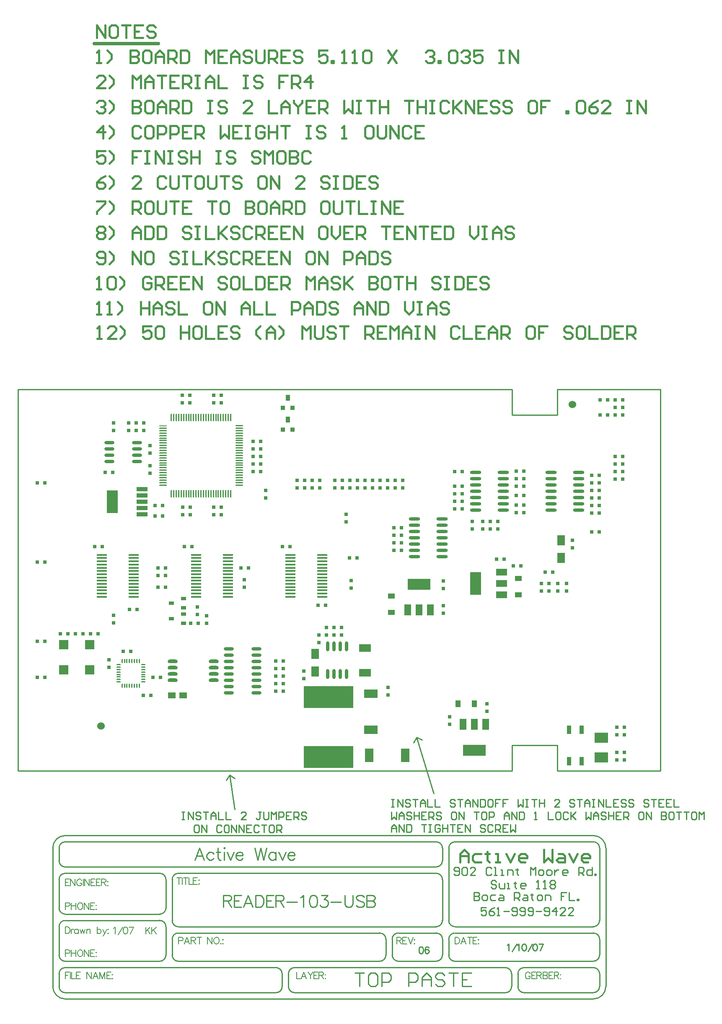
<source format=gtp>
%FSLAX25Y25*%
%MOIN*%
G70*
G01*
G75*
G04 Layer_Color=8421504*
%ADD10C,0.00800*%
%ADD11C,0.06000*%
%ADD12R,0.05500X0.04000*%
%ADD13R,0.03000X0.03000*%
%ADD14R,0.09000X0.05500*%
%ADD15R,0.09000X0.18000*%
%ADD16R,0.06299X0.01000*%
%ADD17O,0.06299X0.01000*%
%ADD18O,0.01000X0.06299*%
%ADD19R,0.03000X0.03000*%
%ADD20R,0.07800X0.07800*%
%ADD21R,0.09000X0.03500*%
%ADD22O,0.08000X0.02400*%
%ADD23R,0.03600X0.05000*%
%ADD24R,0.03600X0.03600*%
%ADD25R,0.18000X0.09000*%
%ADD26O,0.09000X0.02400*%
%ADD27R,0.08000X0.01400*%
%ADD28R,0.04000X0.03000*%
%ADD29R,0.11024X0.07900*%
%ADD30R,0.05500X0.09000*%
%ADD31R,0.04000X0.05500*%
%ADD32R,0.39488X0.17520*%
%ADD33R,0.06000X0.08000*%
%ADD34O,0.02400X0.08000*%
%ADD35R,0.09449X0.05906*%
%ADD36R,0.03500X0.07000*%
%ADD37R,0.11024X0.07087*%
%ADD38R,0.07087X0.11024*%
%ADD39O,0.03937X0.01000*%
%ADD40O,0.01000X0.03937*%
%ADD41R,0.06000X0.05000*%
%ADD42O,0.08000X0.03000*%
%ADD43C,0.01000*%
%ADD44C,0.02500*%
%ADD45C,0.01200*%
%ADD46C,0.03000*%
%ADD47C,0.02200*%
%ADD48C,0.01500*%
%ADD49C,0.02000*%
%ADD50C,0.04000*%
%ADD51C,0.01400*%
%ADD52C,0.00900*%
%ADD53C,0.00500*%
%ADD54C,0.06500*%
%ADD55C,0.05500*%
%ADD56C,0.06200*%
%ADD57R,0.06200X0.06200*%
%ADD58R,0.06500X0.06500*%
%ADD59R,0.06000X0.06000*%
%ADD60R,0.05200X0.05200*%
%ADD61C,0.06700*%
%ADD62C,0.21000*%
%ADD63C,0.14000*%
%ADD64R,0.06500X0.06500*%
%ADD65C,0.13000*%
%ADD66C,0.12800*%
%ADD67C,0.09000*%
%ADD68C,0.07874*%
%ADD69R,0.07874X0.07874*%
%ADD70R,0.08500X0.08500*%
%ADD71C,0.08500*%
%ADD72C,0.12500*%
%ADD73R,0.06200X0.06200*%
%ADD74C,0.03500*%
%ADD75C,0.00600*%
%ADD76C,0.01250*%
D10*
X10051Y-160984D02*
X10559Y-160730D01*
X11321Y-159968D01*
Y-165300D01*
X13962Y-166062D02*
X17516Y-159968D01*
X19395D02*
X18634Y-160222D01*
X18126Y-160984D01*
X17872Y-162253D01*
Y-163015D01*
X18126Y-164285D01*
X18634Y-165047D01*
X19395Y-165300D01*
X19903D01*
X20665Y-165047D01*
X21173Y-164285D01*
X21427Y-163015D01*
Y-162253D01*
X21173Y-160984D01*
X20665Y-160222D01*
X19903Y-159968D01*
X19395D01*
X26175D02*
X23636Y-165300D01*
X22620Y-159968D02*
X26175D01*
X35748D02*
Y-165300D01*
X39303Y-159968D02*
X35748Y-163523D01*
X37017Y-162253D02*
X39303Y-165300D01*
X40496Y-159968D02*
Y-165300D01*
X44051Y-159968D02*
X40496Y-163523D01*
X41765Y-162253D02*
X44051Y-165300D01*
D11*
X375200Y255600D02*
D03*
X0Y0D02*
D03*
D12*
X332233Y117230D02*
D03*
Y104230D02*
D03*
X230983Y90230D02*
D03*
Y103230D02*
D03*
D13*
X314733Y132730D02*
D03*
X320733D02*
D03*
X-2117Y73280D02*
D03*
X49233Y175330D02*
D03*
X43233D02*
D03*
X49233Y166830D02*
D03*
X43233D02*
D03*
X121233Y202330D02*
D03*
X127233D02*
D03*
X9533Y201730D02*
D03*
X3533D02*
D03*
X127233Y208330D02*
D03*
X121233D02*
D03*
X127233Y220330D02*
D03*
X121233D02*
D03*
X127233Y226330D02*
D03*
X121233D02*
D03*
Y214330D02*
D03*
X127233D02*
D03*
X359483Y122230D02*
D03*
X-8117Y73280D02*
D03*
X336529Y190730D02*
D03*
X336438Y196730D02*
D03*
Y202730D02*
D03*
X281438Y172730D02*
D03*
X281483Y202230D02*
D03*
X145283Y33730D02*
D03*
Y39730D02*
D03*
Y45730D02*
D03*
Y51730D02*
D03*
X51473Y110238D02*
D03*
X-5007Y142722D02*
D03*
X144483Y142730D02*
D03*
X66483D02*
D03*
X232988Y139730D02*
D03*
X45473Y119738D02*
D03*
X-32117Y73280D02*
D03*
X238988Y157730D02*
D03*
X-50517Y130230D02*
D03*
X-44517D02*
D03*
X-50517Y193230D02*
D03*
X-44517D02*
D03*
X396483Y154309D02*
D03*
Y193309D02*
D03*
X414983Y196309D02*
D03*
Y208310D02*
D03*
X396483Y181309D02*
D03*
Y169309D02*
D03*
X390483Y193309D02*
D03*
X396483Y199310D02*
D03*
X408983Y208310D02*
D03*
X414983Y202309D02*
D03*
X390483Y181309D02*
D03*
Y187310D02*
D03*
Y154309D02*
D03*
X396483Y175310D02*
D03*
X408983Y196309D02*
D03*
Y202309D02*
D03*
X390483Y199310D02*
D03*
Y169309D02*
D03*
Y175310D02*
D03*
X396483Y187310D02*
D03*
X336438Y175730D02*
D03*
X396983Y259310D02*
D03*
Y247309D02*
D03*
X281438Y184730D02*
D03*
Y178730D02*
D03*
X330438Y202730D02*
D03*
X330529Y190730D02*
D03*
X287438Y178730D02*
D03*
Y184730D02*
D03*
Y190730D02*
D03*
X281438D02*
D03*
X330438Y196730D02*
D03*
X402983Y247309D02*
D03*
X408983D02*
D03*
X402983Y259310D02*
D03*
X408983D02*
D03*
X287438Y172730D02*
D03*
X408983Y214310D02*
D03*
X330438Y175730D02*
D03*
X408983Y253309D02*
D03*
X414983Y259310D02*
D03*
Y253309D02*
D03*
Y247309D02*
D03*
Y214310D02*
D03*
X330438Y169730D02*
D03*
X336438D02*
D03*
X287483Y202230D02*
D03*
X-50517Y67230D02*
D03*
X-44517D02*
D03*
Y38730D02*
D03*
X-50517D02*
D03*
X72483Y142730D02*
D03*
X139283Y45730D02*
D03*
Y33730D02*
D03*
Y39730D02*
D03*
Y51730D02*
D03*
X51473Y119738D02*
D03*
X178733Y95980D02*
D03*
X416483Y-7191D02*
D03*
Y-21191D02*
D03*
X238988Y151730D02*
D03*
Y145730D02*
D03*
X232988D02*
D03*
X238988Y139730D02*
D03*
X410483Y-21191D02*
D03*
Y-7191D02*
D03*
X232988Y157730D02*
D03*
Y151730D02*
D03*
X993Y142722D02*
D03*
X45473Y125738D02*
D03*
X51473D02*
D03*
X45473Y110238D02*
D03*
X77383Y81430D02*
D03*
X71383D02*
D03*
X111473Y125738D02*
D03*
X117473D02*
D03*
X-26117Y73280D02*
D03*
X-14117D02*
D03*
X-20117D02*
D03*
X150483Y142730D02*
D03*
X203733Y133730D02*
D03*
X197733D02*
D03*
X328233Y127230D02*
D03*
X416483Y-27191D02*
D03*
X410483D02*
D03*
X139283Y27730D02*
D03*
X145283D02*
D03*
X330438Y183230D02*
D03*
X336438D02*
D03*
X172733Y95980D02*
D03*
X185533Y78230D02*
D03*
X191533D02*
D03*
X185533Y72230D02*
D03*
X191533D02*
D03*
X410483Y-1190D02*
D03*
X416483D02*
D03*
X22733Y92480D02*
D03*
X28733D02*
D03*
X353483Y122230D02*
D03*
X334233Y127230D02*
D03*
X39900Y24200D02*
D03*
X33900D02*
D03*
X41400Y38700D02*
D03*
X47400D02*
D03*
X17900Y59200D02*
D03*
X23900D02*
D03*
D14*
X318733Y122230D02*
D03*
Y113230D02*
D03*
Y104230D02*
D03*
D15*
X298233Y113230D02*
D03*
X9233Y178330D02*
D03*
D16*
X49533Y238579D02*
D03*
D17*
Y236611D02*
D03*
Y234642D02*
D03*
Y232674D02*
D03*
Y230705D02*
D03*
Y228737D02*
D03*
Y226768D02*
D03*
Y224800D02*
D03*
Y222831D02*
D03*
Y220863D02*
D03*
Y218894D02*
D03*
Y216926D02*
D03*
Y214957D02*
D03*
Y212989D02*
D03*
Y211020D02*
D03*
Y209052D02*
D03*
Y207083D02*
D03*
Y205115D02*
D03*
Y203146D02*
D03*
Y201178D02*
D03*
Y199209D02*
D03*
Y197241D02*
D03*
Y195272D02*
D03*
Y193304D02*
D03*
Y191335D02*
D03*
X110163D02*
D03*
Y193304D02*
D03*
Y195272D02*
D03*
Y197241D02*
D03*
Y199209D02*
D03*
Y201178D02*
D03*
Y203146D02*
D03*
Y205115D02*
D03*
Y207083D02*
D03*
Y209052D02*
D03*
Y211020D02*
D03*
Y212989D02*
D03*
Y214957D02*
D03*
Y216926D02*
D03*
Y218894D02*
D03*
Y220863D02*
D03*
Y222831D02*
D03*
Y224800D02*
D03*
Y226768D02*
D03*
Y228737D02*
D03*
Y230705D02*
D03*
Y232674D02*
D03*
Y234642D02*
D03*
Y236611D02*
D03*
Y238579D02*
D03*
D18*
X56226Y184642D02*
D03*
X58195D02*
D03*
X60163D02*
D03*
X62132D02*
D03*
X64100D02*
D03*
X66069D02*
D03*
X68037D02*
D03*
X70006D02*
D03*
X71974D02*
D03*
X73943D02*
D03*
X75911D02*
D03*
X77880D02*
D03*
X79848Y184642D02*
D03*
X81817Y184642D02*
D03*
X83785D02*
D03*
X85754D02*
D03*
X87722D02*
D03*
X89691D02*
D03*
X91659D02*
D03*
X93628D02*
D03*
X95596D02*
D03*
X97565D02*
D03*
X99533D02*
D03*
X101502D02*
D03*
X103470D02*
D03*
Y245272D02*
D03*
X101502D02*
D03*
X99533D02*
D03*
X97565D02*
D03*
X95596D02*
D03*
X93628D02*
D03*
X91659D02*
D03*
X89691D02*
D03*
X87722D02*
D03*
X85754D02*
D03*
X83785D02*
D03*
X81817D02*
D03*
X79848D02*
D03*
X77880D02*
D03*
X75911D02*
D03*
X73943D02*
D03*
X71974D02*
D03*
X70006D02*
D03*
X68037D02*
D03*
X66069D02*
D03*
X64100D02*
D03*
X62132D02*
D03*
X60163D02*
D03*
X58195D02*
D03*
X56226D02*
D03*
D19*
X10233Y81980D02*
D03*
Y87980D02*
D03*
X65233Y173830D02*
D03*
Y167830D02*
D03*
X39233Y206830D02*
D03*
Y200830D02*
D03*
X64733Y256830D02*
D03*
Y262830D02*
D03*
X95733Y256830D02*
D03*
Y262830D02*
D03*
X39233Y222830D02*
D03*
Y216830D02*
D03*
X71233Y173830D02*
D03*
Y167830D02*
D03*
X89733Y256830D02*
D03*
Y262830D02*
D03*
Y173830D02*
D03*
Y167830D02*
D03*
X70733Y256830D02*
D03*
Y262830D02*
D03*
X34233Y240830D02*
D03*
Y234830D02*
D03*
X28233D02*
D03*
Y240830D02*
D03*
X22233D02*
D03*
Y234830D02*
D03*
X10233D02*
D03*
Y240830D02*
D03*
X131233Y187330D02*
D03*
Y181330D02*
D03*
X95733Y173830D02*
D03*
Y167830D02*
D03*
X272483Y109230D02*
D03*
Y115230D02*
D03*
X350483Y107230D02*
D03*
X174233Y195220D02*
D03*
Y189220D02*
D03*
X168233D02*
D03*
Y195220D02*
D03*
X156233Y189220D02*
D03*
Y195220D02*
D03*
X240183Y189230D02*
D03*
Y195230D02*
D03*
X295483Y156730D02*
D03*
X199206Y115508D02*
D03*
X309938Y156730D02*
D03*
X303938D02*
D03*
X309938Y162730D02*
D03*
X303938D02*
D03*
X295483D02*
D03*
X370483Y107230D02*
D03*
X356483D02*
D03*
Y113230D02*
D03*
X370483D02*
D03*
X76883Y88430D02*
D03*
Y94430D02*
D03*
X162233Y195220D02*
D03*
Y189220D02*
D03*
X114253Y110390D02*
D03*
X234183Y195230D02*
D03*
Y189230D02*
D03*
X228183Y195230D02*
D03*
Y189230D02*
D03*
X222183Y195230D02*
D03*
Y189230D02*
D03*
X216183D02*
D03*
Y195230D02*
D03*
X210183Y189230D02*
D03*
Y195230D02*
D03*
X204183D02*
D03*
X198183D02*
D03*
X192183Y189230D02*
D03*
Y195230D02*
D03*
X84233Y87430D02*
D03*
Y81430D02*
D03*
X199206Y109508D02*
D03*
X363483Y113230D02*
D03*
Y107230D02*
D03*
X315938Y156730D02*
D03*
Y162730D02*
D03*
X186183Y189230D02*
D03*
Y195230D02*
D03*
X277483Y1230D02*
D03*
Y7230D02*
D03*
X306983Y17730D02*
D03*
Y11730D02*
D03*
X272483Y89730D02*
D03*
Y95730D02*
D03*
X228483Y30730D02*
D03*
Y24730D02*
D03*
X161533Y43730D02*
D03*
Y37730D02*
D03*
X195183Y162230D02*
D03*
X179533Y78230D02*
D03*
Y72230D02*
D03*
X173533Y66230D02*
D03*
Y72230D02*
D03*
X375233Y141480D02*
D03*
Y147480D02*
D03*
X350483Y113230D02*
D03*
X198183Y189230D02*
D03*
X204183D02*
D03*
X195183Y168230D02*
D03*
X6400Y46700D02*
D03*
Y52700D02*
D03*
X114253Y116390D02*
D03*
D20*
X-9017Y64480D02*
D03*
X-29517D02*
D03*
X-9017Y44480D02*
D03*
X-29517D02*
D03*
D21*
X32733Y178330D02*
D03*
Y188330D02*
D03*
Y168330D02*
D03*
Y173330D02*
D03*
Y183330D02*
D03*
D22*
X28733Y225330D02*
D03*
Y220330D02*
D03*
Y215330D02*
D03*
Y210330D02*
D03*
X6733D02*
D03*
Y215330D02*
D03*
Y220330D02*
D03*
Y225330D02*
D03*
X101829Y61230D02*
D03*
Y56230D02*
D03*
Y51230D02*
D03*
Y46230D02*
D03*
Y41230D02*
D03*
Y36230D02*
D03*
Y31230D02*
D03*
Y26230D02*
D03*
X123829D02*
D03*
Y31230D02*
D03*
Y36230D02*
D03*
Y41230D02*
D03*
Y46230D02*
D03*
Y51230D02*
D03*
Y56230D02*
D03*
Y61230D02*
D03*
D23*
X148733Y261080D02*
D03*
Y243580D02*
D03*
D24*
X152433Y253080D02*
D03*
X144933D02*
D03*
X152433Y235580D02*
D03*
X144933D02*
D03*
D25*
X252983Y112730D02*
D03*
X296983Y-19270D02*
D03*
D26*
X357983Y191730D02*
D03*
X297983D02*
D03*
X249533Y154730D02*
D03*
X379983Y191730D02*
D03*
X357983Y196730D02*
D03*
Y176730D02*
D03*
Y181730D02*
D03*
Y201730D02*
D03*
Y186730D02*
D03*
Y171730D02*
D03*
X379983Y196730D02*
D03*
Y201730D02*
D03*
Y181730D02*
D03*
Y186730D02*
D03*
Y171730D02*
D03*
Y176730D02*
D03*
X319983Y196730D02*
D03*
Y201730D02*
D03*
Y181730D02*
D03*
Y186730D02*
D03*
Y171730D02*
D03*
Y176730D02*
D03*
Y191730D02*
D03*
X297983Y171730D02*
D03*
Y196730D02*
D03*
Y176730D02*
D03*
Y186730D02*
D03*
Y201730D02*
D03*
Y181730D02*
D03*
X271533Y159730D02*
D03*
Y164730D02*
D03*
Y144730D02*
D03*
Y149730D02*
D03*
Y134730D02*
D03*
Y139730D02*
D03*
Y154730D02*
D03*
X249533Y134730D02*
D03*
Y159730D02*
D03*
Y139730D02*
D03*
Y149730D02*
D03*
Y164730D02*
D03*
Y144730D02*
D03*
D27*
X101253Y115508D02*
D03*
X176253D02*
D03*
X75733Y135980D02*
D03*
Y112949D02*
D03*
X75670Y110378D02*
D03*
Y107819D02*
D03*
Y105260D02*
D03*
Y102701D02*
D03*
X101253Y102713D02*
D03*
Y105272D02*
D03*
Y107831D02*
D03*
Y110390D02*
D03*
Y112949D02*
D03*
X75733Y133421D02*
D03*
X101253Y118067D02*
D03*
Y120626D02*
D03*
Y123185D02*
D03*
Y125744D02*
D03*
Y128303D02*
D03*
Y130862D02*
D03*
Y133421D02*
D03*
Y135980D02*
D03*
X75733Y128303D02*
D03*
Y125744D02*
D03*
Y123185D02*
D03*
Y120626D02*
D03*
Y118067D02*
D03*
Y115508D02*
D03*
X150733Y135980D02*
D03*
Y112949D02*
D03*
X150670Y110378D02*
D03*
Y107819D02*
D03*
Y105260D02*
D03*
Y102701D02*
D03*
X176253Y102713D02*
D03*
Y105272D02*
D03*
Y107831D02*
D03*
Y110390D02*
D03*
Y112949D02*
D03*
X150733Y133421D02*
D03*
X176253Y118067D02*
D03*
Y120626D02*
D03*
Y123185D02*
D03*
Y125744D02*
D03*
Y128303D02*
D03*
Y130862D02*
D03*
Y133421D02*
D03*
Y135980D02*
D03*
X150733Y130862D02*
D03*
Y128303D02*
D03*
Y125744D02*
D03*
Y123185D02*
D03*
Y120626D02*
D03*
Y118067D02*
D03*
Y115508D02*
D03*
X733Y135980D02*
D03*
Y112949D02*
D03*
X670Y105260D02*
D03*
Y102701D02*
D03*
X26253Y102713D02*
D03*
Y107831D02*
D03*
Y110390D02*
D03*
Y112949D02*
D03*
X733Y133421D02*
D03*
X26253Y118067D02*
D03*
Y120626D02*
D03*
Y123185D02*
D03*
Y125744D02*
D03*
Y128303D02*
D03*
Y130862D02*
D03*
Y133421D02*
D03*
Y135980D02*
D03*
X733Y123185D02*
D03*
Y118067D02*
D03*
Y115508D02*
D03*
Y128303D02*
D03*
Y120626D02*
D03*
Y125744D02*
D03*
Y130862D02*
D03*
X670Y110378D02*
D03*
Y107819D02*
D03*
X26253Y115508D02*
D03*
Y105272D02*
D03*
X75733Y130862D02*
D03*
D28*
X65883Y88830D02*
D03*
Y81430D02*
D03*
X55983Y85130D02*
D03*
X65883Y101330D02*
D03*
Y93930D02*
D03*
X55983Y97630D02*
D03*
D29*
X397983Y-25190D02*
D03*
Y-9391D02*
D03*
D30*
X305983Y1230D02*
D03*
X296983D02*
D03*
X287983D02*
D03*
X243983Y92230D02*
D03*
X252983D02*
D03*
X261983D02*
D03*
D31*
X283983Y17730D02*
D03*
X296983D02*
D03*
D32*
X181220Y22830D02*
D03*
Y-24670D02*
D03*
D33*
X170533Y43230D02*
D03*
Y57230D02*
D03*
X366233Y147480D02*
D03*
Y133480D02*
D03*
D34*
X180533Y63230D02*
D03*
X185533D02*
D03*
X190533D02*
D03*
X195533D02*
D03*
Y41230D02*
D03*
X190533D02*
D03*
X185533D02*
D03*
X180533D02*
D03*
D35*
X210033Y61915D02*
D03*
Y42230D02*
D03*
D36*
X382523Y-27994D02*
D03*
X372483D02*
D03*
Y-3190D02*
D03*
X382523Y-2994D02*
D03*
D37*
X214733Y25730D02*
D03*
Y-3010D02*
D03*
D38*
X213493Y-23270D02*
D03*
X242233D02*
D03*
D39*
X14058Y46621D02*
D03*
Y44653D02*
D03*
Y42684D02*
D03*
Y40716D02*
D03*
Y38747D02*
D03*
Y36779D02*
D03*
Y34810D02*
D03*
X33742D02*
D03*
Y36779D02*
D03*
Y38747D02*
D03*
Y40716D02*
D03*
Y42684D02*
D03*
Y44653D02*
D03*
Y46621D02*
D03*
Y48590D02*
D03*
X14058Y48590D02*
D03*
D40*
X17010Y31857D02*
D03*
X18979D02*
D03*
X20947D02*
D03*
X22916D02*
D03*
X24884D02*
D03*
X26853D02*
D03*
X28821D02*
D03*
X30790D02*
D03*
Y51444D02*
D03*
X28821D02*
D03*
X26853D02*
D03*
X24884D02*
D03*
X22916D02*
D03*
X20947D02*
D03*
X18979D02*
D03*
X17010D02*
D03*
D41*
X56400Y24200D02*
D03*
X65400D02*
D03*
D42*
X57283Y51230D02*
D03*
Y46230D02*
D03*
Y41230D02*
D03*
Y36230D02*
D03*
X89783D02*
D03*
Y41230D02*
D03*
Y46230D02*
D03*
Y51230D02*
D03*
D43*
X202232Y-196544D02*
X209341D01*
X205786D01*
Y-207207D01*
X218227Y-196544D02*
X214672D01*
X212895Y-198321D01*
Y-205430D01*
X214672Y-207207D01*
X218227D01*
X220004Y-205430D01*
Y-198321D01*
X218227Y-196544D01*
X223558Y-207207D02*
Y-196544D01*
X228890D01*
X230667Y-198321D01*
Y-201876D01*
X228890Y-203653D01*
X223558D01*
X244885Y-207207D02*
Y-196544D01*
X250216D01*
X251993Y-198321D01*
Y-201876D01*
X250216Y-203653D01*
X244885D01*
X255548Y-207207D02*
Y-200099D01*
X259102Y-196544D01*
X262657Y-200099D01*
Y-207207D01*
Y-201876D01*
X255548D01*
X273320Y-198321D02*
X271543Y-196544D01*
X267988D01*
X266211Y-198321D01*
Y-200099D01*
X267988Y-201876D01*
X271543D01*
X273320Y-203653D01*
Y-205430D01*
X271543Y-207207D01*
X267988D01*
X266211Y-205430D01*
X276874Y-196544D02*
X283983D01*
X280429D01*
Y-207207D01*
X294646Y-196544D02*
X287538D01*
Y-207207D01*
X294646D01*
X287538Y-201876D02*
X291092D01*
X-66017Y-35770D02*
X-44017D01*
X-66017Y267730D02*
X-42517D01*
X-66017D02*
X326983D01*
Y-35770D02*
Y-15270D01*
X362983D01*
Y-35770D02*
Y-15270D01*
Y-35770D02*
X444983D01*
X326983Y247230D02*
Y267730D01*
Y247230D02*
X362983D01*
Y267730D01*
X444983D01*
Y-35770D02*
Y267730D01*
X-66017Y-35770D02*
Y267730D01*
Y-35770D02*
X326983D01*
X144255Y-197195D02*
G03*
X139255Y-192195I-5000J0D01*
G01*
X139371Y-212195D02*
G03*
X144253Y-207227I84J4800D01*
G01*
X154255Y-192195D02*
G03*
X149255Y-197195I0J-5000D01*
G01*
Y-207195D02*
G03*
X154168Y-212194I5000J0D01*
G01*
X326755Y-197195D02*
G03*
X321755Y-192195I-5000J0D01*
G01*
X321871Y-212195D02*
G03*
X326753Y-207227I84J4800D01*
G01*
X331755Y-207295D02*
G03*
X336740Y-212194I4900J0D01*
G01*
X336755Y-192195D02*
G03*
X331755Y-197195I0J-5000D01*
G01*
X51755Y-122095D02*
G03*
X46855Y-117195I-4900J0D01*
G01*
X46955Y-149695D02*
G03*
X51755Y-144895I0J4800D01*
G01*
Y-159595D02*
G03*
X46684Y-154698I-4900J0D01*
G01*
X56755Y-154795D02*
G03*
X61655Y-159695I4900J0D01*
G01*
X56755Y-182295D02*
G03*
X61655Y-187195I4900J0D01*
G01*
X46855D02*
G03*
X51755Y-182295I0J4900D01*
G01*
X226755Y-169595D02*
G03*
X221855Y-164695I-4900J0D01*
G01*
Y-187195D02*
G03*
X226754Y-182209I0J4900D01*
G01*
X231755Y-182095D02*
G03*
X236766Y-187194I5100J0D01*
G01*
X236555Y-164695D02*
G03*
X231761Y-169746I0J-4800D01*
G01*
X61755Y-164695D02*
G03*
X56755Y-169695I0J-5000D01*
G01*
X61755Y-117195D02*
G03*
X56755Y-122195I0J-5000D01*
G01*
X-33245Y-182195D02*
G03*
X-28332Y-187194I5000J0D01*
G01*
X-28245Y-154695D02*
G03*
X-33245Y-159695I0J-5000D01*
G01*
Y-144695D02*
G03*
X-28245Y-149695I5000J0D01*
G01*
Y-117195D02*
G03*
X-33245Y-122195I0J-5000D01*
G01*
Y-107195D02*
G03*
X-28245Y-112195I5000J0D01*
G01*
Y-92195D02*
G03*
X-33245Y-97195I0J-5000D01*
G01*
X271755D02*
G03*
X266755Y-92195I-5000J0D01*
G01*
X281755D02*
G03*
X276755Y-97195I0J-5000D01*
G01*
X266755Y-112195D02*
G03*
X271755Y-107195I0J5000D01*
G01*
Y-122195D02*
G03*
X266755Y-117195I-5000J0D01*
G01*
X-28245Y-192195D02*
G03*
X-33245Y-197195I0J-5000D01*
G01*
X266842Y-159695D02*
G03*
X271756Y-154695I-87J5000D01*
G01*
X-33245Y-207195D02*
G03*
X-28332Y-212194I5000J0D01*
G01*
X271755Y-169595D02*
G03*
X266855Y-164695I-4900J0D01*
G01*
X276755Y-182295D02*
G03*
X281740Y-187194I4900J0D01*
G01*
X266755Y-187195D02*
G03*
X271755Y-182195I0J5000D01*
G01*
X391755Y-212195D02*
G03*
X396755Y-207195I0J5000D01*
G01*
X396755Y-197108D02*
G03*
X391755Y-192194I-5000J-87D01*
G01*
Y-187195D02*
G03*
X396755Y-182195I0J5000D01*
G01*
Y-97095D02*
G03*
X391684Y-92198I-4900J0D01*
G01*
X401755Y-97195D02*
G03*
X391755Y-87195I-10000J0D01*
G01*
Y-217195D02*
G03*
X401755Y-207195I0J10000D01*
G01*
X-38245Y-207095D02*
G03*
X-28321Y-217193I10100J0D01*
G01*
X-28245Y-87195D02*
G03*
X-38245Y-97195I0J-10000D01*
G01*
X276755Y-154695D02*
G03*
X281755Y-159695I5000J0D01*
G01*
X391755D02*
G03*
X396755Y-154695I0J5000D01*
G01*
X281755Y-164695D02*
G03*
X276755Y-169695I0J-5000D01*
G01*
X396755Y-169595D02*
G03*
X391855Y-164695I-4900J0D01*
G01*
X154255Y-212195D02*
X321755D01*
X-28245D02*
X139255D01*
X-28245Y-192195D02*
X139255D01*
X154255D02*
X321755D01*
X336755Y-212195D02*
X391755D01*
X336755Y-192195D02*
X391755D01*
X-28245Y-92195D02*
X266755D01*
X-28245Y-217195D02*
X391755D01*
X-28245Y-87195D02*
X391755D01*
X-28245Y-187195D02*
X46755D01*
X-28245Y-154695D02*
X46755D01*
X-28245Y-149695D02*
X46755D01*
X-28245Y-117195D02*
X46755D01*
X-28245Y-112195D02*
X266755D01*
X61755Y-117195D02*
X266755D01*
X61755Y-164695D02*
X221755D01*
X61755Y-187195D02*
X221755D01*
X236755D02*
X266755D01*
X236755Y-164695D02*
X266755D01*
X281755Y-187195D02*
X391755D01*
X281755Y-92195D02*
X391755D01*
X61755Y-159695D02*
X266755D01*
X281755D02*
X391755D01*
X281755Y-164695D02*
X391755D01*
X144255Y-207195D02*
Y-197195D01*
X149255Y-207195D02*
Y-197195D01*
X326755Y-207195D02*
Y-197195D01*
X331755Y-207195D02*
Y-197195D01*
X401755Y-207195D02*
Y-97195D01*
X-33245Y-182195D02*
Y-159695D01*
X51755Y-182195D02*
Y-159695D01*
X-33245Y-144695D02*
Y-122195D01*
X51755Y-144695D02*
Y-122195D01*
X-33245Y-107195D02*
Y-97195D01*
X271755Y-107195D02*
Y-97195D01*
Y-154695D02*
Y-122195D01*
X56755Y-154695D02*
Y-122195D01*
X226755Y-182195D02*
Y-169695D01*
X56755Y-182195D02*
Y-169695D01*
X231755Y-182195D02*
Y-169695D01*
X271755Y-182195D02*
Y-169695D01*
X396755Y-207195D02*
Y-197195D01*
X-33245Y-207195D02*
Y-197195D01*
X-38245Y-207195D02*
Y-97195D01*
X276755Y-154695D02*
Y-97195D01*
X396755Y-154695D02*
Y-97195D01*
X276755Y-182195D02*
Y-169695D01*
X396755Y-182195D02*
Y-169595D01*
X314628Y-123945D02*
X313562Y-122879D01*
X311429D01*
X310363Y-123945D01*
Y-125012D01*
X311429Y-126078D01*
X313562D01*
X314628Y-127145D01*
Y-128211D01*
X313562Y-129277D01*
X311429D01*
X310363Y-128211D01*
X316761Y-125012D02*
Y-128211D01*
X317827Y-129277D01*
X321026D01*
Y-125012D01*
X323159Y-129277D02*
X325291D01*
X324225D01*
Y-125012D01*
X323159D01*
X329557Y-123945D02*
Y-125012D01*
X328490D01*
X330623D01*
X329557D01*
Y-128211D01*
X330623Y-129277D01*
X337021D02*
X334888D01*
X333822Y-128211D01*
Y-126078D01*
X334888Y-125012D01*
X337021D01*
X338087Y-126078D01*
Y-127145D01*
X333822D01*
X346618Y-129277D02*
X348750D01*
X347684D01*
Y-122879D01*
X346618Y-123945D01*
X351949Y-129277D02*
X354082D01*
X353016D01*
Y-122879D01*
X351949Y-123945D01*
X357281D02*
X358347Y-122879D01*
X360480D01*
X361546Y-123945D01*
Y-125012D01*
X360480Y-126078D01*
X361546Y-127145D01*
Y-128211D01*
X360480Y-129277D01*
X358347D01*
X357281Y-128211D01*
Y-127145D01*
X358347Y-126078D01*
X357281Y-125012D01*
Y-123945D01*
X358347Y-126078D02*
X360480D01*
X306628Y-144379D02*
X302363D01*
Y-147578D01*
X304496Y-146512D01*
X305562D01*
X306628Y-147578D01*
Y-149711D01*
X305562Y-150777D01*
X303429D01*
X302363Y-149711D01*
X313026Y-144379D02*
X310893Y-145446D01*
X308761Y-147578D01*
Y-149711D01*
X309827Y-150777D01*
X311960D01*
X313026Y-149711D01*
Y-148644D01*
X311960Y-147578D01*
X308761D01*
X315159Y-150777D02*
X317291D01*
X316225D01*
Y-144379D01*
X315159Y-145446D01*
X320490Y-147578D02*
X324756D01*
X326888Y-149711D02*
X327955Y-150777D01*
X330087D01*
X331153Y-149711D01*
Y-145446D01*
X330087Y-144379D01*
X327955D01*
X326888Y-145446D01*
Y-146512D01*
X327955Y-147578D01*
X331153D01*
X333286Y-149711D02*
X334352Y-150777D01*
X336485D01*
X337551Y-149711D01*
Y-145446D01*
X336485Y-144379D01*
X334352D01*
X333286Y-145446D01*
Y-146512D01*
X334352Y-147578D01*
X337551D01*
X339684Y-149711D02*
X340750Y-150777D01*
X342883D01*
X343949Y-149711D01*
Y-145446D01*
X342883Y-144379D01*
X340750D01*
X339684Y-145446D01*
Y-146512D01*
X340750Y-147578D01*
X343949D01*
X346082D02*
X350347D01*
X352480Y-149711D02*
X353546Y-150777D01*
X355679D01*
X356745Y-149711D01*
Y-145446D01*
X355679Y-144379D01*
X353546D01*
X352480Y-145446D01*
Y-146512D01*
X353546Y-147578D01*
X356745D01*
X362077Y-150777D02*
Y-144379D01*
X358878Y-147578D01*
X363143D01*
X369541Y-150777D02*
X365276D01*
X369541Y-146512D01*
Y-145446D01*
X368475Y-144379D01*
X366342D01*
X365276Y-145446D01*
X375939Y-150777D02*
X371674D01*
X375939Y-146512D01*
Y-145446D01*
X374873Y-144379D01*
X372740D01*
X371674Y-145446D01*
X280863Y-117711D02*
X281929Y-118777D01*
X284062D01*
X285128Y-117711D01*
Y-113445D01*
X284062Y-112379D01*
X281929D01*
X280863Y-113445D01*
Y-114512D01*
X281929Y-115578D01*
X285128D01*
X287261Y-113445D02*
X288327Y-112379D01*
X290460D01*
X291526Y-113445D01*
Y-117711D01*
X290460Y-118777D01*
X288327D01*
X287261Y-117711D01*
Y-113445D01*
X297924Y-118777D02*
X293659D01*
X297924Y-114512D01*
Y-113445D01*
X296858Y-112379D01*
X294725D01*
X293659Y-113445D01*
X310720D02*
X309653Y-112379D01*
X307521D01*
X306455Y-113445D01*
Y-117711D01*
X307521Y-118777D01*
X309653D01*
X310720Y-117711D01*
X312853Y-118777D02*
X314985D01*
X313919D01*
Y-112379D01*
X312853D01*
X318184Y-118777D02*
X320317D01*
X319250D01*
Y-114512D01*
X318184D01*
X323516Y-118777D02*
Y-114512D01*
X326715D01*
X327781Y-115578D01*
Y-118777D01*
X330980Y-113445D02*
Y-114512D01*
X329914D01*
X332046D01*
X330980D01*
Y-117711D01*
X332046Y-118777D01*
X341643D02*
Y-112379D01*
X343776Y-114512D01*
X345908Y-112379D01*
Y-118777D01*
X349107D02*
X351240D01*
X352306Y-117711D01*
Y-115578D01*
X351240Y-114512D01*
X349107D01*
X348041Y-115578D01*
Y-117711D01*
X349107Y-118777D01*
X355505D02*
X357638D01*
X358704Y-117711D01*
Y-115578D01*
X357638Y-114512D01*
X355505D01*
X354439Y-115578D01*
Y-117711D01*
X355505Y-118777D01*
X360837Y-114512D02*
Y-118777D01*
Y-116645D01*
X361903Y-115578D01*
X362970Y-114512D01*
X364036D01*
X370434Y-118777D02*
X368301D01*
X367235Y-117711D01*
Y-115578D01*
X368301Y-114512D01*
X370434D01*
X371500Y-115578D01*
Y-116645D01*
X367235D01*
X380031Y-118777D02*
Y-112379D01*
X383230D01*
X384296Y-113445D01*
Y-115578D01*
X383230Y-116645D01*
X380031D01*
X382163D02*
X384296Y-118777D01*
X390694Y-112379D02*
Y-118777D01*
X387495D01*
X386429Y-117711D01*
Y-115578D01*
X387495Y-114512D01*
X390694D01*
X392827Y-118777D02*
Y-117711D01*
X393893D01*
Y-118777D01*
X392827D01*
X296863Y-132379D02*
Y-138777D01*
X300062D01*
X301128Y-137711D01*
Y-136644D01*
X300062Y-135578D01*
X296863D01*
X300062D01*
X301128Y-134512D01*
Y-133446D01*
X300062Y-132379D01*
X296863D01*
X304327Y-138777D02*
X306460D01*
X307526Y-137711D01*
Y-135578D01*
X306460Y-134512D01*
X304327D01*
X303261Y-135578D01*
Y-137711D01*
X304327Y-138777D01*
X313924Y-134512D02*
X310725D01*
X309659Y-135578D01*
Y-137711D01*
X310725Y-138777D01*
X313924D01*
X317123Y-134512D02*
X319256D01*
X320322Y-135578D01*
Y-138777D01*
X317123D01*
X316057Y-137711D01*
X317123Y-136644D01*
X320322D01*
X328853Y-138777D02*
Y-132379D01*
X332051D01*
X333118Y-133446D01*
Y-135578D01*
X332051Y-136644D01*
X328853D01*
X330985D02*
X333118Y-138777D01*
X336317Y-134512D02*
X338449D01*
X339516Y-135578D01*
Y-138777D01*
X336317D01*
X335250Y-137711D01*
X336317Y-136644D01*
X339516D01*
X342715Y-133446D02*
Y-134512D01*
X341648D01*
X343781D01*
X342715D01*
Y-137711D01*
X343781Y-138777D01*
X348046D02*
X350179D01*
X351245Y-137711D01*
Y-135578D01*
X350179Y-134512D01*
X348046D01*
X346980Y-135578D01*
Y-137711D01*
X348046Y-138777D01*
X353378D02*
Y-134512D01*
X356577D01*
X357643Y-135578D01*
Y-138777D01*
X370439Y-132379D02*
X366174D01*
Y-135578D01*
X368306D01*
X366174D01*
Y-138777D01*
X372572Y-132379D02*
Y-138777D01*
X376837D01*
X378970D02*
Y-137711D01*
X380036D01*
Y-138777D01*
X378970D01*
X102483Y-38991D02*
X106533Y-66570D01*
X102483Y-38991D02*
X106538Y-41829D01*
X99644Y-43045D02*
X102483Y-38991D01*
X250983Y-9020D02*
X264783Y-53770D01*
X250983Y-9020D02*
X255469Y-11112D01*
X248891Y-13506D02*
X250983Y-9020D01*
X64483Y-68322D02*
X66483D01*
X65483D01*
Y-74320D01*
X64483D01*
X66483D01*
X69482D02*
Y-68322D01*
X73480Y-74320D01*
Y-68322D01*
X79478Y-69322D02*
X78479Y-68322D01*
X76479D01*
X75480Y-69322D01*
Y-70321D01*
X76479Y-71321D01*
X78479D01*
X79478Y-72321D01*
Y-73320D01*
X78479Y-74320D01*
X76479D01*
X75480Y-73320D01*
X81478Y-68322D02*
X85476D01*
X83477D01*
Y-74320D01*
X87476D02*
Y-70321D01*
X89475Y-68322D01*
X91475Y-70321D01*
Y-74320D01*
Y-71321D01*
X87476D01*
X93474Y-68322D02*
Y-74320D01*
X97473D01*
X99472Y-68322D02*
Y-74320D01*
X103471D01*
X115467D02*
X111468D01*
X115467Y-70321D01*
Y-69322D01*
X114467Y-68322D01*
X112468D01*
X111468Y-69322D01*
X127463Y-68322D02*
X125464D01*
X126463D01*
Y-73320D01*
X125464Y-74320D01*
X124464D01*
X123464Y-73320D01*
X129462Y-68322D02*
Y-73320D01*
X130462Y-74320D01*
X132461D01*
X133461Y-73320D01*
Y-68322D01*
X135460Y-74320D02*
Y-68322D01*
X137460Y-70321D01*
X139459Y-68322D01*
Y-74320D01*
X141458D02*
Y-68322D01*
X144457D01*
X145457Y-69322D01*
Y-71321D01*
X144457Y-72321D01*
X141458D01*
X151455Y-68322D02*
X147457D01*
Y-74320D01*
X151455D01*
X147457Y-71321D02*
X149456D01*
X153454Y-74320D02*
Y-68322D01*
X156454D01*
X157453Y-69322D01*
Y-71321D01*
X156454Y-72321D01*
X153454D01*
X155454D02*
X157453Y-74320D01*
X163451Y-69322D02*
X162452Y-68322D01*
X160452D01*
X159453Y-69322D01*
Y-70321D01*
X160452Y-71321D01*
X162452D01*
X163451Y-72321D01*
Y-73320D01*
X162452Y-74320D01*
X160452D01*
X159453Y-73320D01*
X76982Y-78822D02*
X74983D01*
X73983Y-79822D01*
Y-83820D01*
X74983Y-84820D01*
X76982D01*
X77982Y-83820D01*
Y-79822D01*
X76982Y-78822D01*
X79981Y-84820D02*
Y-78822D01*
X83980Y-84820D01*
Y-78822D01*
X95976Y-79822D02*
X94977Y-78822D01*
X92977D01*
X91978Y-79822D01*
Y-83820D01*
X92977Y-84820D01*
X94977D01*
X95976Y-83820D01*
X100975Y-78822D02*
X98975D01*
X97975Y-79822D01*
Y-83820D01*
X98975Y-84820D01*
X100975D01*
X101974Y-83820D01*
Y-79822D01*
X100975Y-78822D01*
X103974Y-84820D02*
Y-78822D01*
X107972Y-84820D01*
Y-78822D01*
X109972Y-84820D02*
Y-78822D01*
X113970Y-84820D01*
Y-78822D01*
X119968D02*
X115970D01*
Y-84820D01*
X119968D01*
X115970Y-81821D02*
X117969D01*
X125967Y-79822D02*
X124967Y-78822D01*
X122968D01*
X121968Y-79822D01*
Y-83820D01*
X122968Y-84820D01*
X124967D01*
X125967Y-83820D01*
X127966Y-78822D02*
X131965D01*
X129965D01*
Y-84820D01*
X136963Y-78822D02*
X134964D01*
X133964Y-79822D01*
Y-83820D01*
X134964Y-84820D01*
X136963D01*
X137963Y-83820D01*
Y-79822D01*
X136963Y-78822D01*
X139962Y-84820D02*
Y-78822D01*
X142961D01*
X143961Y-79822D01*
Y-81821D01*
X142961Y-82821D01*
X139962D01*
X141961D02*
X143961Y-84820D01*
X230983Y-58522D02*
X232983D01*
X231983D01*
Y-64520D01*
X230983D01*
X232983D01*
X235982D02*
Y-58522D01*
X239980Y-64520D01*
Y-58522D01*
X245978Y-59522D02*
X244979Y-58522D01*
X242979D01*
X241980Y-59522D01*
Y-60521D01*
X242979Y-61521D01*
X244979D01*
X245978Y-62521D01*
Y-63520D01*
X244979Y-64520D01*
X242979D01*
X241980Y-63520D01*
X247978Y-58522D02*
X251976D01*
X249977D01*
Y-64520D01*
X253976D02*
Y-60521D01*
X255975Y-58522D01*
X257975Y-60521D01*
Y-64520D01*
Y-61521D01*
X253976D01*
X259974Y-58522D02*
Y-64520D01*
X263973D01*
X265972Y-58522D02*
Y-64520D01*
X269971D01*
X281967Y-59522D02*
X280967Y-58522D01*
X278968D01*
X277968Y-59522D01*
Y-60521D01*
X278968Y-61521D01*
X280967D01*
X281967Y-62521D01*
Y-63520D01*
X280967Y-64520D01*
X278968D01*
X277968Y-63520D01*
X283966Y-58522D02*
X287965D01*
X285965D01*
Y-64520D01*
X289964D02*
Y-60521D01*
X291964Y-58522D01*
X293963Y-60521D01*
Y-64520D01*
Y-61521D01*
X289964D01*
X295962Y-64520D02*
Y-58522D01*
X299961Y-64520D01*
Y-58522D01*
X301960D02*
Y-64520D01*
X304959D01*
X305959Y-63520D01*
Y-59522D01*
X304959Y-58522D01*
X301960D01*
X310957D02*
X308958D01*
X307958Y-59522D01*
Y-63520D01*
X308958Y-64520D01*
X310957D01*
X311957Y-63520D01*
Y-59522D01*
X310957Y-58522D01*
X317955D02*
X313956D01*
Y-61521D01*
X315956D01*
X313956D01*
Y-64520D01*
X323953Y-58522D02*
X319954D01*
Y-61521D01*
X321954D01*
X319954D01*
Y-64520D01*
X331951Y-58522D02*
Y-64520D01*
X333950Y-62521D01*
X335949Y-64520D01*
Y-58522D01*
X337949D02*
X339948D01*
X338948D01*
Y-64520D01*
X337949D01*
X339948D01*
X342947Y-58522D02*
X346946D01*
X344946D01*
Y-64520D01*
X348945Y-58522D02*
Y-64520D01*
Y-61521D01*
X352944D01*
Y-58522D01*
Y-64520D01*
X364940D02*
X360941D01*
X364940Y-60521D01*
Y-59522D01*
X363940Y-58522D01*
X361941D01*
X360941Y-59522D01*
X376936D02*
X375936Y-58522D01*
X373937D01*
X372937Y-59522D01*
Y-60521D01*
X373937Y-61521D01*
X375936D01*
X376936Y-62521D01*
Y-63520D01*
X375936Y-64520D01*
X373937D01*
X372937Y-63520D01*
X378935Y-58522D02*
X382934D01*
X380935D01*
Y-64520D01*
X384933D02*
Y-60521D01*
X386933Y-58522D01*
X388932Y-60521D01*
Y-64520D01*
Y-61521D01*
X384933D01*
X390932Y-58522D02*
X392931D01*
X391931D01*
Y-64520D01*
X390932D01*
X392931D01*
X395930D02*
Y-58522D01*
X399929Y-64520D01*
Y-58522D01*
X401928D02*
Y-64520D01*
X405927D01*
X411925Y-58522D02*
X407926D01*
Y-64520D01*
X411925D01*
X407926Y-61521D02*
X409925D01*
X417923Y-59522D02*
X416923Y-58522D01*
X414924D01*
X413924Y-59522D01*
Y-60521D01*
X414924Y-61521D01*
X416923D01*
X417923Y-62521D01*
Y-63520D01*
X416923Y-64520D01*
X414924D01*
X413924Y-63520D01*
X423921Y-59522D02*
X422921Y-58522D01*
X420922D01*
X419922Y-59522D01*
Y-60521D01*
X420922Y-61521D01*
X422921D01*
X423921Y-62521D01*
Y-63520D01*
X422921Y-64520D01*
X420922D01*
X419922Y-63520D01*
X435917Y-59522D02*
X434917Y-58522D01*
X432918D01*
X431918Y-59522D01*
Y-60521D01*
X432918Y-61521D01*
X434917D01*
X435917Y-62521D01*
Y-63520D01*
X434917Y-64520D01*
X432918D01*
X431918Y-63520D01*
X437916Y-58522D02*
X441915D01*
X439916D01*
Y-64520D01*
X447913Y-58522D02*
X443914D01*
Y-64520D01*
X447913D01*
X443914Y-61521D02*
X445914D01*
X453911Y-58522D02*
X449913D01*
Y-64520D01*
X453911D01*
X449913Y-61521D02*
X451912D01*
X455910Y-58522D02*
Y-64520D01*
X459909D01*
X230983Y-68522D02*
Y-74520D01*
X232983Y-72521D01*
X234982Y-74520D01*
Y-68522D01*
X236981Y-74520D02*
Y-70521D01*
X238981Y-68522D01*
X240980Y-70521D01*
Y-74520D01*
Y-71521D01*
X236981D01*
X246978Y-69522D02*
X245978Y-68522D01*
X243979D01*
X242979Y-69522D01*
Y-70521D01*
X243979Y-71521D01*
X245978D01*
X246978Y-72521D01*
Y-73520D01*
X245978Y-74520D01*
X243979D01*
X242979Y-73520D01*
X248977Y-68522D02*
Y-74520D01*
Y-71521D01*
X252976D01*
Y-68522D01*
Y-74520D01*
X258974Y-68522D02*
X254976D01*
Y-74520D01*
X258974D01*
X254976Y-71521D02*
X256975D01*
X260974Y-74520D02*
Y-68522D01*
X263973D01*
X264972Y-69522D01*
Y-71521D01*
X263973Y-72521D01*
X260974D01*
X262973D02*
X264972Y-74520D01*
X270970Y-69522D02*
X269971Y-68522D01*
X267971D01*
X266972Y-69522D01*
Y-70521D01*
X267971Y-71521D01*
X269971D01*
X270970Y-72521D01*
Y-73520D01*
X269971Y-74520D01*
X267971D01*
X266972Y-73520D01*
X281967Y-68522D02*
X279967D01*
X278968Y-69522D01*
Y-73520D01*
X279967Y-74520D01*
X281967D01*
X282966Y-73520D01*
Y-69522D01*
X281967Y-68522D01*
X284966Y-74520D02*
Y-68522D01*
X288965Y-74520D01*
Y-68522D01*
X296962D02*
X300961D01*
X298961D01*
Y-74520D01*
X305959Y-68522D02*
X303960D01*
X302960Y-69522D01*
Y-73520D01*
X303960Y-74520D01*
X305959D01*
X306959Y-73520D01*
Y-69522D01*
X305959Y-68522D01*
X308958Y-74520D02*
Y-68522D01*
X311957D01*
X312957Y-69522D01*
Y-71521D01*
X311957Y-72521D01*
X308958D01*
X320954Y-74520D02*
Y-70521D01*
X322954Y-68522D01*
X324953Y-70521D01*
Y-74520D01*
Y-71521D01*
X320954D01*
X326952Y-74520D02*
Y-68522D01*
X330951Y-74520D01*
Y-68522D01*
X332950D02*
Y-74520D01*
X335949D01*
X336949Y-73520D01*
Y-69522D01*
X335949Y-68522D01*
X332950D01*
X344946Y-74520D02*
X346946D01*
X345946D01*
Y-68522D01*
X344946Y-69522D01*
X355943Y-68522D02*
Y-74520D01*
X359942D01*
X364940Y-68522D02*
X362941D01*
X361941Y-69522D01*
Y-73520D01*
X362941Y-74520D01*
X364940D01*
X365940Y-73520D01*
Y-69522D01*
X364940Y-68522D01*
X371938Y-69522D02*
X370938Y-68522D01*
X368939D01*
X367939Y-69522D01*
Y-73520D01*
X368939Y-74520D01*
X370938D01*
X371938Y-73520D01*
X373937Y-68522D02*
Y-74520D01*
Y-72521D01*
X377936Y-68522D01*
X374937Y-71521D01*
X377936Y-74520D01*
X385933Y-68522D02*
Y-74520D01*
X387932Y-72521D01*
X389932Y-74520D01*
Y-68522D01*
X391931Y-74520D02*
Y-70521D01*
X393931Y-68522D01*
X395930Y-70521D01*
Y-74520D01*
Y-71521D01*
X391931D01*
X401928Y-69522D02*
X400928Y-68522D01*
X398929D01*
X397929Y-69522D01*
Y-70521D01*
X398929Y-71521D01*
X400928D01*
X401928Y-72521D01*
Y-73520D01*
X400928Y-74520D01*
X398929D01*
X397929Y-73520D01*
X403927Y-68522D02*
Y-74520D01*
Y-71521D01*
X407926D01*
Y-68522D01*
Y-74520D01*
X413924Y-68522D02*
X409925D01*
Y-74520D01*
X413924D01*
X409925Y-71521D02*
X411925D01*
X415924Y-74520D02*
Y-68522D01*
X418923D01*
X419922Y-69522D01*
Y-71521D01*
X418923Y-72521D01*
X415924D01*
X417923D02*
X419922Y-74520D01*
X430919Y-68522D02*
X428919D01*
X427920Y-69522D01*
Y-73520D01*
X428919Y-74520D01*
X430919D01*
X431918Y-73520D01*
Y-69522D01*
X430919Y-68522D01*
X433918Y-74520D02*
Y-68522D01*
X437916Y-74520D01*
Y-68522D01*
X445914D02*
Y-74520D01*
X448913D01*
X449913Y-73520D01*
Y-72521D01*
X448913Y-71521D01*
X445914D01*
X448913D01*
X449913Y-70521D01*
Y-69522D01*
X448913Y-68522D01*
X445914D01*
X454911D02*
X452912D01*
X451912Y-69522D01*
Y-73520D01*
X452912Y-74520D01*
X454911D01*
X455910Y-73520D01*
Y-69522D01*
X454911Y-68522D01*
X457910D02*
X461909D01*
X459909D01*
Y-74520D01*
X463908Y-68522D02*
X467907D01*
X465907D01*
Y-74520D01*
X472905Y-68522D02*
X470906D01*
X469906Y-69522D01*
Y-73520D01*
X470906Y-74520D01*
X472905D01*
X473905Y-73520D01*
Y-69522D01*
X472905Y-68522D01*
X475904Y-74520D02*
Y-68522D01*
X477903Y-70521D01*
X479903Y-68522D01*
Y-74520D01*
X230983Y-84520D02*
Y-80521D01*
X232983Y-78522D01*
X234982Y-80521D01*
Y-84520D01*
Y-81521D01*
X230983D01*
X236981Y-84520D02*
Y-78522D01*
X240980Y-84520D01*
Y-78522D01*
X242979D02*
Y-84520D01*
X245978D01*
X246978Y-83520D01*
Y-79522D01*
X245978Y-78522D01*
X242979D01*
X254976D02*
X258974D01*
X256975D01*
Y-84520D01*
X260974Y-78522D02*
X262973D01*
X261973D01*
Y-84520D01*
X260974D01*
X262973D01*
X269971Y-79522D02*
X268971Y-78522D01*
X266972D01*
X265972Y-79522D01*
Y-83520D01*
X266972Y-84520D01*
X268971D01*
X269971Y-83520D01*
Y-81521D01*
X267971D01*
X271970Y-78522D02*
Y-84520D01*
Y-81521D01*
X275969D01*
Y-78522D01*
Y-84520D01*
X277968Y-78522D02*
X281967D01*
X279967D01*
Y-84520D01*
X287965Y-78522D02*
X283966D01*
Y-84520D01*
X287965D01*
X283966Y-81521D02*
X285965D01*
X289964Y-84520D02*
Y-78522D01*
X293963Y-84520D01*
Y-78522D01*
X305959Y-79522D02*
X304959Y-78522D01*
X302960D01*
X301960Y-79522D01*
Y-80521D01*
X302960Y-81521D01*
X304959D01*
X305959Y-82521D01*
Y-83520D01*
X304959Y-84520D01*
X302960D01*
X301960Y-83520D01*
X311957Y-79522D02*
X310957Y-78522D01*
X308958D01*
X307958Y-79522D01*
Y-83520D01*
X308958Y-84520D01*
X310957D01*
X311957Y-83520D01*
X313956Y-84520D02*
Y-78522D01*
X316955D01*
X317955Y-79522D01*
Y-81521D01*
X316955Y-82521D01*
X313956D01*
X315956D02*
X317955Y-84520D01*
X323953Y-78522D02*
X319954D01*
Y-84520D01*
X323953D01*
X319954Y-81521D02*
X321954D01*
X325953Y-78522D02*
Y-84520D01*
X327952Y-82521D01*
X329951Y-84520D01*
Y-78522D01*
D44*
X-5137Y542623D02*
X45863D01*
D48*
X285863Y-108277D02*
Y-101613D01*
X289195Y-98280D01*
X292527Y-101613D01*
Y-108277D01*
Y-103279D01*
X285863D01*
X302524Y-101613D02*
X297526D01*
X295860Y-103279D01*
Y-106611D01*
X297526Y-108277D01*
X302524D01*
X307523Y-99946D02*
Y-101613D01*
X305856D01*
X309189D01*
X307523D01*
Y-106611D01*
X309189Y-108277D01*
X314187D02*
X317519D01*
X315853D01*
Y-101613D01*
X314187D01*
X322518D02*
X325850Y-108277D01*
X329182Y-101613D01*
X337513Y-108277D02*
X334181D01*
X332514Y-106611D01*
Y-103279D01*
X334181Y-101613D01*
X337513D01*
X339179Y-103279D01*
Y-104945D01*
X332514D01*
X352508Y-98280D02*
Y-108277D01*
X355840Y-104945D01*
X359173Y-108277D01*
Y-98280D01*
X364171Y-101613D02*
X367503D01*
X369169Y-103279D01*
Y-108277D01*
X364171D01*
X362505Y-106611D01*
X364171Y-104945D01*
X369169D01*
X372501Y-101613D02*
X375834Y-108277D01*
X379166Y-101613D01*
X387497Y-108277D02*
X384164D01*
X382498Y-106611D01*
Y-103279D01*
X384164Y-101613D01*
X387497D01*
X389163Y-103279D01*
Y-104945D01*
X382498D01*
X-3017Y307980D02*
X316D01*
X-1351D01*
Y317977D01*
X-3017Y316311D01*
X11978Y307980D02*
X5314D01*
X11978Y314645D01*
Y316311D01*
X10312Y317977D01*
X6980D01*
X5314Y316311D01*
X15311Y307980D02*
X18643Y311312D01*
Y314645D01*
X15311Y317977D01*
X40303D02*
X33638D01*
Y312978D01*
X36970Y314645D01*
X38636D01*
X40303Y312978D01*
Y309646D01*
X38636Y307980D01*
X35304D01*
X33638Y309646D01*
X43635Y316311D02*
X45301Y317977D01*
X48633D01*
X50299Y316311D01*
Y309646D01*
X48633Y307980D01*
X45301D01*
X43635Y309646D01*
Y316311D01*
X63628Y317977D02*
Y307980D01*
Y312978D01*
X70293D01*
Y317977D01*
Y307980D01*
X78624Y317977D02*
X75291D01*
X73625Y316311D01*
Y309646D01*
X75291Y307980D01*
X78624D01*
X80290Y309646D01*
Y316311D01*
X78624Y317977D01*
X83622D02*
Y307980D01*
X90286D01*
X100283Y317977D02*
X93619D01*
Y307980D01*
X100283D01*
X93619Y312978D02*
X96951D01*
X110280Y316311D02*
X108614Y317977D01*
X105282D01*
X103615Y316311D01*
Y314645D01*
X105282Y312978D01*
X108614D01*
X110280Y311312D01*
Y309646D01*
X108614Y307980D01*
X105282D01*
X103615Y309646D01*
X126941Y307980D02*
X123609Y311312D01*
Y314645D01*
X126941Y317977D01*
X131940Y307980D02*
Y314645D01*
X135272Y317977D01*
X138604Y314645D01*
Y307980D01*
Y312978D01*
X131940D01*
X141937Y307980D02*
X145269Y311312D01*
Y314645D01*
X141937Y317977D01*
X160264Y307980D02*
Y317977D01*
X163596Y314645D01*
X166928Y317977D01*
Y307980D01*
X170261Y317977D02*
Y309646D01*
X171927Y307980D01*
X175259D01*
X176925Y309646D01*
Y317977D01*
X186922Y316311D02*
X185256Y317977D01*
X181923D01*
X180257Y316311D01*
Y314645D01*
X181923Y312978D01*
X185256D01*
X186922Y311312D01*
Y309646D01*
X185256Y307980D01*
X181923D01*
X180257Y309646D01*
X190254Y317977D02*
X196919D01*
X193586D01*
Y307980D01*
X210248D02*
Y317977D01*
X215246D01*
X216912Y316311D01*
Y312978D01*
X215246Y311312D01*
X210248D01*
X213580D02*
X216912Y307980D01*
X226909Y317977D02*
X220245D01*
Y307980D01*
X226909D01*
X220245Y312978D02*
X223577D01*
X230241Y307980D02*
Y317977D01*
X233574Y314645D01*
X236906Y317977D01*
Y307980D01*
X240238D02*
Y314645D01*
X243570Y317977D01*
X246902Y314645D01*
Y307980D01*
Y312978D01*
X240238D01*
X250235Y317977D02*
X253567D01*
X251901D01*
Y307980D01*
X250235D01*
X253567D01*
X258565D02*
Y317977D01*
X265230Y307980D01*
Y317977D01*
X285224Y316311D02*
X283557Y317977D01*
X280225D01*
X278559Y316311D01*
Y309646D01*
X280225Y307980D01*
X283557D01*
X285224Y309646D01*
X288556Y317977D02*
Y307980D01*
X295220D01*
X305217Y317977D02*
X298552D01*
Y307980D01*
X305217D01*
X298552Y312978D02*
X301885D01*
X308549Y307980D02*
Y314645D01*
X311882Y317977D01*
X315214Y314645D01*
Y307980D01*
Y312978D01*
X308549D01*
X318546Y307980D02*
Y317977D01*
X323544D01*
X325211Y316311D01*
Y312978D01*
X323544Y311312D01*
X318546D01*
X321878D02*
X325211Y307980D01*
X343538Y317977D02*
X340206D01*
X338540Y316311D01*
Y309646D01*
X340206Y307980D01*
X343538D01*
X345204Y309646D01*
Y316311D01*
X343538Y317977D01*
X355201D02*
X348536D01*
Y312978D01*
X351869D01*
X348536D01*
Y307980D01*
X375194Y316311D02*
X373528Y317977D01*
X370196D01*
X368530Y316311D01*
Y314645D01*
X370196Y312978D01*
X373528D01*
X375194Y311312D01*
Y309646D01*
X373528Y307980D01*
X370196D01*
X368530Y309646D01*
X383525Y317977D02*
X380193D01*
X378527Y316311D01*
Y309646D01*
X380193Y307980D01*
X383525D01*
X385191Y309646D01*
Y316311D01*
X383525Y317977D01*
X388524D02*
Y307980D01*
X395188D01*
X398520Y317977D02*
Y307980D01*
X403519D01*
X405185Y309646D01*
Y316311D01*
X403519Y317977D01*
X398520D01*
X415181D02*
X408517D01*
Y307980D01*
X415181D01*
X408517Y312978D02*
X411849D01*
X418514Y307980D02*
Y317977D01*
X423512D01*
X425178Y316311D01*
Y312978D01*
X423512Y311312D01*
X418514D01*
X421846D02*
X425178Y307980D01*
X-3137Y347123D02*
X195D01*
X-1471D01*
Y357120D01*
X-3137Y355453D01*
X5193D02*
X6860Y357120D01*
X10192D01*
X11858Y355453D01*
Y348789D01*
X10192Y347123D01*
X6860D01*
X5193Y348789D01*
Y355453D01*
X15190Y347123D02*
X18522Y350455D01*
Y353787D01*
X15190Y357120D01*
X40182Y355453D02*
X38516Y357120D01*
X35184D01*
X33518Y355453D01*
Y348789D01*
X35184Y347123D01*
X38516D01*
X40182Y348789D01*
Y352121D01*
X36850D01*
X43514Y347123D02*
Y357120D01*
X48513D01*
X50179Y355453D01*
Y352121D01*
X48513Y350455D01*
X43514D01*
X46847D02*
X50179Y347123D01*
X60176Y357120D02*
X53511D01*
Y347123D01*
X60176D01*
X53511Y352121D02*
X56844D01*
X70173Y357120D02*
X63508D01*
Y347123D01*
X70173D01*
X63508Y352121D02*
X66840D01*
X73505Y347123D02*
Y357120D01*
X80169Y347123D01*
Y357120D01*
X100163Y355453D02*
X98497Y357120D01*
X95164D01*
X93498Y355453D01*
Y353787D01*
X95164Y352121D01*
X98497D01*
X100163Y350455D01*
Y348789D01*
X98497Y347123D01*
X95164D01*
X93498Y348789D01*
X108493Y357120D02*
X105161D01*
X103495Y355453D01*
Y348789D01*
X105161Y347123D01*
X108493D01*
X110160Y348789D01*
Y355453D01*
X108493Y357120D01*
X113492D02*
Y347123D01*
X120156D01*
X123489Y357120D02*
Y347123D01*
X128487D01*
X130153Y348789D01*
Y355453D01*
X128487Y357120D01*
X123489D01*
X140150D02*
X133485D01*
Y347123D01*
X140150D01*
X133485Y352121D02*
X136818D01*
X143482Y347123D02*
Y357120D01*
X148480D01*
X150147Y355453D01*
Y352121D01*
X148480Y350455D01*
X143482D01*
X146814D02*
X150147Y347123D01*
X163476D02*
Y357120D01*
X166808Y353787D01*
X170140Y357120D01*
Y347123D01*
X173472D02*
Y353787D01*
X176805Y357120D01*
X180137Y353787D01*
Y347123D01*
Y352121D01*
X173472D01*
X190134Y355453D02*
X188468Y357120D01*
X185135D01*
X183469Y355453D01*
Y353787D01*
X185135Y352121D01*
X188468D01*
X190134Y350455D01*
Y348789D01*
X188468Y347123D01*
X185135D01*
X183469Y348789D01*
X193466Y357120D02*
Y347123D01*
Y350455D01*
X200131Y357120D01*
X195132Y352121D01*
X200131Y347123D01*
X213459Y357120D02*
Y347123D01*
X218458D01*
X220124Y348789D01*
Y350455D01*
X218458Y352121D01*
X213459D01*
X218458D01*
X220124Y353787D01*
Y355453D01*
X218458Y357120D01*
X213459D01*
X228455D02*
X225122D01*
X223456Y355453D01*
Y348789D01*
X225122Y347123D01*
X228455D01*
X230121Y348789D01*
Y355453D01*
X228455Y357120D01*
X233453D02*
X240118D01*
X236785D01*
Y347123D01*
X243450Y357120D02*
Y347123D01*
Y352121D01*
X250114D01*
Y357120D01*
Y347123D01*
X270108Y355453D02*
X268442Y357120D01*
X265109D01*
X263443Y355453D01*
Y353787D01*
X265109Y352121D01*
X268442D01*
X270108Y350455D01*
Y348789D01*
X268442Y347123D01*
X265109D01*
X263443Y348789D01*
X273440Y357120D02*
X276772D01*
X275106D01*
Y347123D01*
X273440D01*
X276772D01*
X281771Y357120D02*
Y347123D01*
X286769D01*
X288435Y348789D01*
Y355453D01*
X286769Y357120D01*
X281771D01*
X298432D02*
X291768D01*
Y347123D01*
X298432D01*
X291768Y352121D02*
X295100D01*
X308429Y355453D02*
X306763Y357120D01*
X303431D01*
X301764Y355453D01*
Y353787D01*
X303431Y352121D01*
X306763D01*
X308429Y350455D01*
Y348789D01*
X306763Y347123D01*
X303431D01*
X301764Y348789D01*
X-3137Y327123D02*
X195D01*
X-1471D01*
Y337120D01*
X-3137Y335454D01*
X5193Y327123D02*
X8526D01*
X6860D01*
Y337120D01*
X5193Y335454D01*
X13524Y327123D02*
X16856Y330455D01*
Y333787D01*
X13524Y337120D01*
X31852D02*
Y327123D01*
Y332121D01*
X38516D01*
Y337120D01*
Y327123D01*
X41848D02*
Y333787D01*
X45181Y337120D01*
X48513Y333787D01*
Y327123D01*
Y332121D01*
X41848D01*
X58510Y335454D02*
X56843Y337120D01*
X53511D01*
X51845Y335454D01*
Y333787D01*
X53511Y332121D01*
X56843D01*
X58510Y330455D01*
Y328789D01*
X56843Y327123D01*
X53511D01*
X51845Y328789D01*
X61842Y337120D02*
Y327123D01*
X68506D01*
X86834Y337120D02*
X83501D01*
X81835Y335454D01*
Y328789D01*
X83501Y327123D01*
X86834D01*
X88500Y328789D01*
Y335454D01*
X86834Y337120D01*
X91832Y327123D02*
Y337120D01*
X98497Y327123D01*
Y337120D01*
X111826Y327123D02*
Y333787D01*
X115158Y337120D01*
X118490Y333787D01*
Y327123D01*
Y332121D01*
X111826D01*
X121823Y337120D02*
Y327123D01*
X128487D01*
X131819Y337120D02*
Y327123D01*
X138484D01*
X151813D02*
Y337120D01*
X156811D01*
X158477Y335454D01*
Y332121D01*
X156811Y330455D01*
X151813D01*
X161810Y327123D02*
Y333787D01*
X165142Y337120D01*
X168474Y333787D01*
Y327123D01*
Y332121D01*
X161810D01*
X171806Y337120D02*
Y327123D01*
X176805D01*
X178471Y328789D01*
Y335454D01*
X176805Y337120D01*
X171806D01*
X188468Y335454D02*
X186802Y337120D01*
X183469D01*
X181803Y335454D01*
Y333787D01*
X183469Y332121D01*
X186802D01*
X188468Y330455D01*
Y328789D01*
X186802Y327123D01*
X183469D01*
X181803Y328789D01*
X201797Y327123D02*
Y333787D01*
X205129Y337120D01*
X208461Y333787D01*
Y327123D01*
Y332121D01*
X201797D01*
X211793Y327123D02*
Y337120D01*
X218458Y327123D01*
Y337120D01*
X221790D02*
Y327123D01*
X226788D01*
X228455Y328789D01*
Y335454D01*
X226788Y337120D01*
X221790D01*
X241784D02*
Y330455D01*
X245116Y327123D01*
X248448Y330455D01*
Y337120D01*
X251781D02*
X255113D01*
X253447D01*
Y327123D01*
X251781D01*
X255113D01*
X260111D02*
Y333787D01*
X263443Y337120D01*
X266776Y333787D01*
Y327123D01*
Y332121D01*
X260111D01*
X276772Y335454D02*
X275106Y337120D01*
X271774D01*
X270108Y335454D01*
Y333787D01*
X271774Y332121D01*
X275106D01*
X276772Y330455D01*
Y328789D01*
X275106Y327123D01*
X271774D01*
X270108Y328789D01*
X3527Y507123D02*
X-3137D01*
X3527Y513787D01*
Y515453D01*
X1861Y517120D01*
X-1471D01*
X-3137Y515453D01*
X6860Y507123D02*
X10192Y510455D01*
Y513787D01*
X6860Y517120D01*
X25187Y507123D02*
Y517120D01*
X28519Y513787D01*
X31852Y517120D01*
Y507123D01*
X35184D02*
Y513787D01*
X38516Y517120D01*
X41848Y513787D01*
Y507123D01*
Y512121D01*
X35184D01*
X45181Y517120D02*
X51845D01*
X48513D01*
Y507123D01*
X61842Y517120D02*
X55177D01*
Y507123D01*
X61842D01*
X55177Y512121D02*
X58510D01*
X65174Y507123D02*
Y517120D01*
X70173D01*
X71839Y515453D01*
Y512121D01*
X70173Y510455D01*
X65174D01*
X68506D02*
X71839Y507123D01*
X75171Y517120D02*
X78503D01*
X76837D01*
Y507123D01*
X75171D01*
X78503D01*
X83501D02*
Y513787D01*
X86834Y517120D01*
X90166Y513787D01*
Y507123D01*
Y512121D01*
X83501D01*
X93498Y517120D02*
Y507123D01*
X100163D01*
X113492Y517120D02*
X116824D01*
X115158D01*
Y507123D01*
X113492D01*
X116824D01*
X128487Y515453D02*
X126821Y517120D01*
X123489D01*
X121823Y515453D01*
Y513787D01*
X123489Y512121D01*
X126821D01*
X128487Y510455D01*
Y508789D01*
X126821Y507123D01*
X123489D01*
X121823Y508789D01*
X148480Y517120D02*
X141816D01*
Y512121D01*
X145148D01*
X141816D01*
Y507123D01*
X151813D02*
Y517120D01*
X156811D01*
X158477Y515453D01*
Y512121D01*
X156811Y510455D01*
X151813D01*
X155145D02*
X158477Y507123D01*
X166808D02*
Y517120D01*
X161810Y512121D01*
X168474D01*
X-3137Y527123D02*
X195D01*
X-1471D01*
Y537120D01*
X-3137Y535454D01*
X5193Y527123D02*
X8526Y530455D01*
Y533787D01*
X5193Y537120D01*
X23521D02*
Y527123D01*
X28519D01*
X30185Y528789D01*
Y530455D01*
X28519Y532121D01*
X23521D01*
X28519D01*
X30185Y533787D01*
Y535454D01*
X28519Y537120D01*
X23521D01*
X38516D02*
X35184D01*
X33518Y535454D01*
Y528789D01*
X35184Y527123D01*
X38516D01*
X40182Y528789D01*
Y535454D01*
X38516Y537120D01*
X43514Y527123D02*
Y533787D01*
X46847Y537120D01*
X50179Y533787D01*
Y527123D01*
Y532121D01*
X43514D01*
X53511Y527123D02*
Y537120D01*
X58509D01*
X60176Y535454D01*
Y532121D01*
X58509Y530455D01*
X53511D01*
X56843D02*
X60176Y527123D01*
X63508Y537120D02*
Y527123D01*
X68506D01*
X70172Y528789D01*
Y535454D01*
X68506Y537120D01*
X63508D01*
X83501Y527123D02*
Y537120D01*
X86834Y533787D01*
X90166Y537120D01*
Y527123D01*
X100163Y537120D02*
X93498D01*
Y527123D01*
X100163D01*
X93498Y532121D02*
X96830D01*
X103495Y527123D02*
Y533787D01*
X106827Y537120D01*
X110160Y533787D01*
Y527123D01*
Y532121D01*
X103495D01*
X120156Y535454D02*
X118490Y537120D01*
X115158D01*
X113492Y535454D01*
Y533787D01*
X115158Y532121D01*
X118490D01*
X120156Y530455D01*
Y528789D01*
X118490Y527123D01*
X115158D01*
X113492Y528789D01*
X123489Y537120D02*
Y528789D01*
X125155Y527123D01*
X128487D01*
X130153Y528789D01*
Y537120D01*
X133485Y527123D02*
Y537120D01*
X138484D01*
X140150Y535454D01*
Y532121D01*
X138484Y530455D01*
X133485D01*
X136818D02*
X140150Y527123D01*
X150147Y537120D02*
X143482D01*
Y527123D01*
X150147D01*
X143482Y532121D02*
X146814D01*
X160143Y535454D02*
X158477Y537120D01*
X155145D01*
X153479Y535454D01*
Y533787D01*
X155145Y532121D01*
X158477D01*
X160143Y530455D01*
Y528789D01*
X158477Y527123D01*
X155145D01*
X153479Y528789D01*
X180137Y537120D02*
X173472D01*
Y532121D01*
X176805Y533787D01*
X178471D01*
X180137Y532121D01*
Y528789D01*
X178471Y527123D01*
X175138D01*
X173472Y528789D01*
X183469Y527123D02*
Y528789D01*
X185135D01*
Y527123D01*
X183469D01*
X191800D02*
X195132D01*
X193466D01*
Y537120D01*
X191800Y535454D01*
X200130Y527123D02*
X203463D01*
X201797D01*
Y537120D01*
X200130Y535454D01*
X208461D02*
X210127Y537120D01*
X213459D01*
X215126Y535454D01*
Y528789D01*
X213459Y527123D01*
X210127D01*
X208461Y528789D01*
Y535454D01*
X228455Y537120D02*
X235119Y527123D01*
Y537120D02*
X228455Y527123D01*
X258445Y535454D02*
X260111Y537120D01*
X263443D01*
X265109Y535454D01*
Y533787D01*
X263443Y532121D01*
X261777D01*
X263443D01*
X265109Y530455D01*
Y528789D01*
X263443Y527123D01*
X260111D01*
X258445Y528789D01*
X268442Y527123D02*
Y528789D01*
X270108D01*
Y527123D01*
X268442D01*
X276772Y535454D02*
X278438Y537120D01*
X281771D01*
X283437Y535454D01*
Y528789D01*
X281771Y527123D01*
X278438D01*
X276772Y528789D01*
Y535454D01*
X286769D02*
X288435Y537120D01*
X291768D01*
X293434Y535454D01*
Y533787D01*
X291768Y532121D01*
X290101D01*
X291768D01*
X293434Y530455D01*
Y528789D01*
X291768Y527123D01*
X288435D01*
X286769Y528789D01*
X303430Y537120D02*
X296766D01*
Y532121D01*
X300098Y533787D01*
X301764D01*
X303430Y532121D01*
Y528789D01*
X301764Y527123D01*
X298432D01*
X296766Y528789D01*
X316759Y537120D02*
X320092D01*
X318426D01*
Y527123D01*
X316759D01*
X320092D01*
X325090D02*
Y537120D01*
X331755Y527123D01*
Y537120D01*
X-3137Y368789D02*
X-1471Y367123D01*
X1861D01*
X3527Y368789D01*
Y375453D01*
X1861Y377120D01*
X-1471D01*
X-3137Y375453D01*
Y373787D01*
X-1471Y372121D01*
X3527D01*
X6860Y367123D02*
X10192Y370455D01*
Y373787D01*
X6860Y377120D01*
X25187Y367123D02*
Y377120D01*
X31852Y367123D01*
Y377120D01*
X40182D02*
X36850D01*
X35184Y375453D01*
Y368789D01*
X36850Y367123D01*
X40182D01*
X41848Y368789D01*
Y375453D01*
X40182Y377120D01*
X61842Y375453D02*
X60176Y377120D01*
X56844D01*
X55177Y375453D01*
Y373787D01*
X56844Y372121D01*
X60176D01*
X61842Y370455D01*
Y368789D01*
X60176Y367123D01*
X56844D01*
X55177Y368789D01*
X65174Y377120D02*
X68506D01*
X66840D01*
Y367123D01*
X65174D01*
X68506D01*
X73505Y377120D02*
Y367123D01*
X80169D01*
X83501Y377120D02*
Y367123D01*
Y370455D01*
X90166Y377120D01*
X85168Y372121D01*
X90166Y367123D01*
X100163Y375453D02*
X98497Y377120D01*
X95164D01*
X93498Y375453D01*
Y373787D01*
X95164Y372121D01*
X98497D01*
X100163Y370455D01*
Y368789D01*
X98497Y367123D01*
X95164D01*
X93498Y368789D01*
X110160Y375453D02*
X108493Y377120D01*
X105161D01*
X103495Y375453D01*
Y368789D01*
X105161Y367123D01*
X108493D01*
X110160Y368789D01*
X113492Y367123D02*
Y377120D01*
X118490D01*
X120156Y375453D01*
Y372121D01*
X118490Y370455D01*
X113492D01*
X116824D02*
X120156Y367123D01*
X130153Y377120D02*
X123489D01*
Y367123D01*
X130153D01*
X123489Y372121D02*
X126821D01*
X140150Y377120D02*
X133485D01*
Y367123D01*
X140150D01*
X133485Y372121D02*
X136818D01*
X143482Y367123D02*
Y377120D01*
X150147Y367123D01*
Y377120D01*
X168474D02*
X165142D01*
X163476Y375453D01*
Y368789D01*
X165142Y367123D01*
X168474D01*
X170140Y368789D01*
Y375453D01*
X168474Y377120D01*
X173472Y367123D02*
Y377120D01*
X180137Y367123D01*
Y377120D01*
X193466Y367123D02*
Y377120D01*
X198464D01*
X200131Y375453D01*
Y372121D01*
X198464Y370455D01*
X193466D01*
X203463Y367123D02*
Y373787D01*
X206795Y377120D01*
X210127Y373787D01*
Y367123D01*
Y372121D01*
X203463D01*
X213459Y377120D02*
Y367123D01*
X218458D01*
X220124Y368789D01*
Y375453D01*
X218458Y377120D01*
X213459D01*
X230121Y375453D02*
X228455Y377120D01*
X225122D01*
X223456Y375453D01*
Y373787D01*
X225122Y372121D01*
X228455D01*
X230121Y370455D01*
Y368789D01*
X228455Y367123D01*
X225122D01*
X223456Y368789D01*
X-3137Y395454D02*
X-1471Y397120D01*
X1861D01*
X3527Y395454D01*
Y393787D01*
X1861Y392121D01*
X3527Y390455D01*
Y388789D01*
X1861Y387123D01*
X-1471D01*
X-3137Y388789D01*
Y390455D01*
X-1471Y392121D01*
X-3137Y393787D01*
Y395454D01*
X-1471Y392121D02*
X1861D01*
X6860Y387123D02*
X10192Y390455D01*
Y393787D01*
X6860Y397120D01*
X25187Y387123D02*
Y393787D01*
X28519Y397120D01*
X31852Y393787D01*
Y387123D01*
Y392121D01*
X25187D01*
X35184Y397120D02*
Y387123D01*
X40182D01*
X41848Y388789D01*
Y395454D01*
X40182Y397120D01*
X35184D01*
X45180D02*
Y387123D01*
X50179D01*
X51845Y388789D01*
Y395454D01*
X50179Y397120D01*
X45180D01*
X71839Y395454D02*
X70172Y397120D01*
X66840D01*
X65174Y395454D01*
Y393787D01*
X66840Y392121D01*
X70172D01*
X71839Y390455D01*
Y388789D01*
X70172Y387123D01*
X66840D01*
X65174Y388789D01*
X75171Y397120D02*
X78503D01*
X76837D01*
Y387123D01*
X75171D01*
X78503D01*
X83501Y397120D02*
Y387123D01*
X90166D01*
X93498Y397120D02*
Y387123D01*
Y390455D01*
X100163Y397120D01*
X95164Y392121D01*
X100163Y387123D01*
X110160Y395454D02*
X108493Y397120D01*
X105161D01*
X103495Y395454D01*
Y393787D01*
X105161Y392121D01*
X108493D01*
X110160Y390455D01*
Y388789D01*
X108493Y387123D01*
X105161D01*
X103495Y388789D01*
X120156Y395454D02*
X118490Y397120D01*
X115158D01*
X113492Y395454D01*
Y388789D01*
X115158Y387123D01*
X118490D01*
X120156Y388789D01*
X123489Y387123D02*
Y397120D01*
X128487D01*
X130153Y395454D01*
Y392121D01*
X128487Y390455D01*
X123489D01*
X126821D02*
X130153Y387123D01*
X140150Y397120D02*
X133485D01*
Y387123D01*
X140150D01*
X133485Y392121D02*
X136818D01*
X150147Y397120D02*
X143482D01*
Y387123D01*
X150147D01*
X143482Y392121D02*
X146814D01*
X153479Y387123D02*
Y397120D01*
X160143Y387123D01*
Y397120D01*
X178471D02*
X175138D01*
X173472Y395454D01*
Y388789D01*
X175138Y387123D01*
X178471D01*
X180137Y388789D01*
Y395454D01*
X178471Y397120D01*
X183469D02*
Y390455D01*
X186801Y387123D01*
X190134Y390455D01*
Y397120D01*
X200130D02*
X193466D01*
Y387123D01*
X200130D01*
X193466Y392121D02*
X196798D01*
X203463Y387123D02*
Y397120D01*
X208461D01*
X210127Y395454D01*
Y392121D01*
X208461Y390455D01*
X203463D01*
X206795D02*
X210127Y387123D01*
X223456Y397120D02*
X230121D01*
X226788D01*
Y387123D01*
X240118Y397120D02*
X233453D01*
Y387123D01*
X240118D01*
X233453Y392121D02*
X236785D01*
X243450Y387123D02*
Y397120D01*
X250114Y387123D01*
Y397120D01*
X253447D02*
X260111D01*
X256779D01*
Y387123D01*
X270108Y397120D02*
X263443D01*
Y387123D01*
X270108D01*
X263443Y392121D02*
X266776D01*
X273440Y397120D02*
Y387123D01*
X278438D01*
X280105Y388789D01*
Y395454D01*
X278438Y397120D01*
X273440D01*
X293434D02*
Y390455D01*
X296766Y387123D01*
X300098Y390455D01*
Y397120D01*
X303430D02*
X306763D01*
X305097D01*
Y387123D01*
X303430D01*
X306763D01*
X311761D02*
Y393787D01*
X315093Y397120D01*
X318426Y393787D01*
Y387123D01*
Y392121D01*
X311761D01*
X328422Y395454D02*
X326756Y397120D01*
X323424D01*
X321758Y395454D01*
Y393787D01*
X323424Y392121D01*
X326756D01*
X328422Y390455D01*
Y388789D01*
X326756Y387123D01*
X323424D01*
X321758Y388789D01*
X-3137Y417120D02*
X3527D01*
Y415453D01*
X-3137Y408789D01*
Y407123D01*
X6860D02*
X10192Y410455D01*
Y413787D01*
X6860Y417120D01*
X25187Y407123D02*
Y417120D01*
X30185D01*
X31852Y415453D01*
Y412121D01*
X30185Y410455D01*
X25187D01*
X28519D02*
X31852Y407123D01*
X40182Y417120D02*
X36850D01*
X35184Y415453D01*
Y408789D01*
X36850Y407123D01*
X40182D01*
X41848Y408789D01*
Y415453D01*
X40182Y417120D01*
X45181D02*
Y408789D01*
X46847Y407123D01*
X50179D01*
X51845Y408789D01*
Y417120D01*
X55177D02*
X61842D01*
X58510D01*
Y407123D01*
X71839Y417120D02*
X65174D01*
Y407123D01*
X71839D01*
X65174Y412121D02*
X68506D01*
X85168Y417120D02*
X91832D01*
X88500D01*
Y407123D01*
X100163Y417120D02*
X96830D01*
X95164Y415453D01*
Y408789D01*
X96830Y407123D01*
X100163D01*
X101829Y408789D01*
Y415453D01*
X100163Y417120D01*
X115158D02*
Y407123D01*
X120156D01*
X121823Y408789D01*
Y410455D01*
X120156Y412121D01*
X115158D01*
X120156D01*
X121823Y413787D01*
Y415453D01*
X120156Y417120D01*
X115158D01*
X130153D02*
X126821D01*
X125155Y415453D01*
Y408789D01*
X126821Y407123D01*
X130153D01*
X131819Y408789D01*
Y415453D01*
X130153Y417120D01*
X135152Y407123D02*
Y413787D01*
X138484Y417120D01*
X141816Y413787D01*
Y407123D01*
Y412121D01*
X135152D01*
X145148Y407123D02*
Y417120D01*
X150147D01*
X151813Y415453D01*
Y412121D01*
X150147Y410455D01*
X145148D01*
X148480D02*
X151813Y407123D01*
X155145Y417120D02*
Y407123D01*
X160143D01*
X161810Y408789D01*
Y415453D01*
X160143Y417120D01*
X155145D01*
X180137D02*
X176805D01*
X175139Y415453D01*
Y408789D01*
X176805Y407123D01*
X180137D01*
X181803Y408789D01*
Y415453D01*
X180137Y417120D01*
X185135D02*
Y408789D01*
X186802Y407123D01*
X190134D01*
X191800Y408789D01*
Y417120D01*
X195132D02*
X201797D01*
X198464D01*
Y407123D01*
X205129Y417120D02*
Y407123D01*
X211793D01*
X215126Y417120D02*
X218458D01*
X216792D01*
Y407123D01*
X215126D01*
X218458D01*
X223456D02*
Y417120D01*
X230121Y407123D01*
Y417120D01*
X240118D02*
X233453D01*
Y407123D01*
X240118D01*
X233453Y412121D02*
X236785D01*
X3527Y437120D02*
X195Y435454D01*
X-3137Y432121D01*
Y428789D01*
X-1471Y427123D01*
X1861D01*
X3527Y428789D01*
Y430455D01*
X1861Y432121D01*
X-3137D01*
X6860Y427123D02*
X10192Y430455D01*
Y433787D01*
X6860Y437120D01*
X31852Y427123D02*
X25187D01*
X31852Y433787D01*
Y435454D01*
X30185Y437120D01*
X26853D01*
X25187Y435454D01*
X51845D02*
X50179Y437120D01*
X46847D01*
X45180Y435454D01*
Y428789D01*
X46847Y427123D01*
X50179D01*
X51845Y428789D01*
X55177Y437120D02*
Y428789D01*
X56843Y427123D01*
X60176D01*
X61842Y428789D01*
Y437120D01*
X65174D02*
X71839D01*
X68506D01*
Y427123D01*
X80169Y437120D02*
X76837D01*
X75171Y435454D01*
Y428789D01*
X76837Y427123D01*
X80169D01*
X81835Y428789D01*
Y435454D01*
X80169Y437120D01*
X85168D02*
Y428789D01*
X86834Y427123D01*
X90166D01*
X91832Y428789D01*
Y437120D01*
X95164D02*
X101829D01*
X98497D01*
Y427123D01*
X111826Y435454D02*
X110160Y437120D01*
X106827D01*
X105161Y435454D01*
Y433787D01*
X106827Y432121D01*
X110160D01*
X111826Y430455D01*
Y428789D01*
X110160Y427123D01*
X106827D01*
X105161Y428789D01*
X130153Y437120D02*
X126821D01*
X125155Y435454D01*
Y428789D01*
X126821Y427123D01*
X130153D01*
X131819Y428789D01*
Y435454D01*
X130153Y437120D01*
X135151Y427123D02*
Y437120D01*
X141816Y427123D01*
Y437120D01*
X161810Y427123D02*
X155145D01*
X161810Y433787D01*
Y435454D01*
X160143Y437120D01*
X156811D01*
X155145Y435454D01*
X181803D02*
X180137Y437120D01*
X176805D01*
X175138Y435454D01*
Y433787D01*
X176805Y432121D01*
X180137D01*
X181803Y430455D01*
Y428789D01*
X180137Y427123D01*
X176805D01*
X175138Y428789D01*
X185135Y437120D02*
X188468D01*
X186801D01*
Y427123D01*
X185135D01*
X188468D01*
X193466Y437120D02*
Y427123D01*
X198464D01*
X200130Y428789D01*
Y435454D01*
X198464Y437120D01*
X193466D01*
X210127D02*
X203463D01*
Y427123D01*
X210127D01*
X203463Y432121D02*
X206795D01*
X220124Y435454D02*
X218458Y437120D01*
X215126D01*
X213459Y435454D01*
Y433787D01*
X215126Y432121D01*
X218458D01*
X220124Y430455D01*
Y428789D01*
X218458Y427123D01*
X215126D01*
X213459Y428789D01*
X3527Y457120D02*
X-3137D01*
Y452121D01*
X195Y453787D01*
X1861D01*
X3527Y452121D01*
Y448789D01*
X1861Y447123D01*
X-1471D01*
X-3137Y448789D01*
X6860Y447123D02*
X10192Y450455D01*
Y453787D01*
X6860Y457120D01*
X31852D02*
X25187D01*
Y452121D01*
X28519D01*
X25187D01*
Y447123D01*
X35184Y457120D02*
X38516D01*
X36850D01*
Y447123D01*
X35184D01*
X38516D01*
X43514D02*
Y457120D01*
X50179Y447123D01*
Y457120D01*
X53511D02*
X56844D01*
X55177D01*
Y447123D01*
X53511D01*
X56844D01*
X68506Y455453D02*
X66840Y457120D01*
X63508D01*
X61842Y455453D01*
Y453787D01*
X63508Y452121D01*
X66840D01*
X68506Y450455D01*
Y448789D01*
X66840Y447123D01*
X63508D01*
X61842Y448789D01*
X71839Y457120D02*
Y447123D01*
Y452121D01*
X78503D01*
Y457120D01*
Y447123D01*
X91832Y457120D02*
X95164D01*
X93498D01*
Y447123D01*
X91832D01*
X95164D01*
X106827Y455453D02*
X105161Y457120D01*
X101829D01*
X100163Y455453D01*
Y453787D01*
X101829Y452121D01*
X105161D01*
X106827Y450455D01*
Y448789D01*
X105161Y447123D01*
X101829D01*
X100163Y448789D01*
X126821Y455453D02*
X125155Y457120D01*
X121823D01*
X120156Y455453D01*
Y453787D01*
X121823Y452121D01*
X125155D01*
X126821Y450455D01*
Y448789D01*
X125155Y447123D01*
X121823D01*
X120156Y448789D01*
X130153Y447123D02*
Y457120D01*
X133485Y453787D01*
X136818Y457120D01*
Y447123D01*
X145148Y457120D02*
X141816D01*
X140150Y455453D01*
Y448789D01*
X141816Y447123D01*
X145148D01*
X146814Y448789D01*
Y455453D01*
X145148Y457120D01*
X150147D02*
Y447123D01*
X155145D01*
X156811Y448789D01*
Y450455D01*
X155145Y452121D01*
X150147D01*
X155145D01*
X156811Y453787D01*
Y455453D01*
X155145Y457120D01*
X150147D01*
X166808Y455453D02*
X165142Y457120D01*
X161810D01*
X160143Y455453D01*
Y448789D01*
X161810Y447123D01*
X165142D01*
X166808Y448789D01*
X1861Y467123D02*
Y477120D01*
X-3137Y472121D01*
X3527D01*
X6860Y467123D02*
X10192Y470455D01*
Y473787D01*
X6860Y477120D01*
X31852Y475454D02*
X30185Y477120D01*
X26853D01*
X25187Y475454D01*
Y468789D01*
X26853Y467123D01*
X30185D01*
X31852Y468789D01*
X40182Y477120D02*
X36850D01*
X35184Y475454D01*
Y468789D01*
X36850Y467123D01*
X40182D01*
X41848Y468789D01*
Y475454D01*
X40182Y477120D01*
X45181Y467123D02*
Y477120D01*
X50179D01*
X51845Y475454D01*
Y472121D01*
X50179Y470455D01*
X45181D01*
X55177Y467123D02*
Y477120D01*
X60176D01*
X61842Y475454D01*
Y472121D01*
X60176Y470455D01*
X55177D01*
X71839Y477120D02*
X65174D01*
Y467123D01*
X71839D01*
X65174Y472121D02*
X68506D01*
X75171Y467123D02*
Y477120D01*
X80169D01*
X81835Y475454D01*
Y472121D01*
X80169Y470455D01*
X75171D01*
X78503D02*
X81835Y467123D01*
X95164Y477120D02*
Y467123D01*
X98497Y470455D01*
X101829Y467123D01*
Y477120D01*
X111826D02*
X105161D01*
Y467123D01*
X111826D01*
X105161Y472121D02*
X108493D01*
X115158Y477120D02*
X118490D01*
X116824D01*
Y467123D01*
X115158D01*
X118490D01*
X130153Y475454D02*
X128487Y477120D01*
X125155D01*
X123489Y475454D01*
Y468789D01*
X125155Y467123D01*
X128487D01*
X130153Y468789D01*
Y472121D01*
X126821D01*
X133485Y477120D02*
Y467123D01*
Y472121D01*
X140150D01*
Y477120D01*
Y467123D01*
X143482Y477120D02*
X150147D01*
X146814D01*
Y467123D01*
X163476Y477120D02*
X166808D01*
X165142D01*
Y467123D01*
X163476D01*
X166808D01*
X178471Y475454D02*
X176805Y477120D01*
X173472D01*
X171806Y475454D01*
Y473787D01*
X173472Y472121D01*
X176805D01*
X178471Y470455D01*
Y468789D01*
X176805Y467123D01*
X173472D01*
X171806Y468789D01*
X191800Y467123D02*
X195132D01*
X193466D01*
Y477120D01*
X191800Y475454D01*
X215126Y477120D02*
X211793D01*
X210127Y475454D01*
Y468789D01*
X211793Y467123D01*
X215126D01*
X216792Y468789D01*
Y475454D01*
X215126Y477120D01*
X220124D02*
Y468789D01*
X221790Y467123D01*
X225122D01*
X226788Y468789D01*
Y477120D01*
X230121Y467123D02*
Y477120D01*
X236785Y467123D01*
Y477120D01*
X246782Y475454D02*
X245116Y477120D01*
X241784D01*
X240118Y475454D01*
Y468789D01*
X241784Y467123D01*
X245116D01*
X246782Y468789D01*
X256779Y477120D02*
X250114D01*
Y467123D01*
X256779D01*
X250114Y472121D02*
X253447D01*
X-3137Y495454D02*
X-1471Y497120D01*
X1861D01*
X3527Y495454D01*
Y493787D01*
X1861Y492121D01*
X195D01*
X1861D01*
X3527Y490455D01*
Y488789D01*
X1861Y487123D01*
X-1471D01*
X-3137Y488789D01*
X6860Y487123D02*
X10192Y490455D01*
Y493787D01*
X6860Y497120D01*
X25187D02*
Y487123D01*
X30185D01*
X31852Y488789D01*
Y490455D01*
X30185Y492121D01*
X25187D01*
X30185D01*
X31852Y493787D01*
Y495454D01*
X30185Y497120D01*
X25187D01*
X40182D02*
X36850D01*
X35184Y495454D01*
Y488789D01*
X36850Y487123D01*
X40182D01*
X41848Y488789D01*
Y495454D01*
X40182Y497120D01*
X45181Y487123D02*
Y493787D01*
X48513Y497120D01*
X51845Y493787D01*
Y487123D01*
Y492121D01*
X45181D01*
X55177Y487123D02*
Y497120D01*
X60176D01*
X61842Y495454D01*
Y492121D01*
X60176Y490455D01*
X55177D01*
X58510D02*
X61842Y487123D01*
X65174Y497120D02*
Y487123D01*
X70173D01*
X71839Y488789D01*
Y495454D01*
X70173Y497120D01*
X65174D01*
X85168D02*
X88500D01*
X86834D01*
Y487123D01*
X85168D01*
X88500D01*
X100163Y495454D02*
X98497Y497120D01*
X95164D01*
X93498Y495454D01*
Y493787D01*
X95164Y492121D01*
X98497D01*
X100163Y490455D01*
Y488789D01*
X98497Y487123D01*
X95164D01*
X93498Y488789D01*
X120156Y487123D02*
X113492D01*
X120156Y493787D01*
Y495454D01*
X118490Y497120D01*
X115158D01*
X113492Y495454D01*
X133485Y497120D02*
Y487123D01*
X140150D01*
X143482D02*
Y493787D01*
X146814Y497120D01*
X150147Y493787D01*
Y487123D01*
Y492121D01*
X143482D01*
X153479Y497120D02*
Y495454D01*
X156811Y492121D01*
X160143Y495454D01*
Y497120D01*
X156811Y492121D02*
Y487123D01*
X170140Y497120D02*
X163476D01*
Y487123D01*
X170140D01*
X163476Y492121D02*
X166808D01*
X173472Y487123D02*
Y497120D01*
X178471D01*
X180137Y495454D01*
Y492121D01*
X178471Y490455D01*
X173472D01*
X176805D02*
X180137Y487123D01*
X193466Y497120D02*
Y487123D01*
X196798Y490455D01*
X200131Y487123D01*
Y497120D01*
X203463D02*
X206795D01*
X205129D01*
Y487123D01*
X203463D01*
X206795D01*
X211793Y497120D02*
X218458D01*
X215126D01*
Y487123D01*
X221790Y497120D02*
Y487123D01*
Y492121D01*
X228455D01*
Y497120D01*
Y487123D01*
X241784Y497120D02*
X248448D01*
X245116D01*
Y487123D01*
X251781Y497120D02*
Y487123D01*
Y492121D01*
X258445D01*
Y497120D01*
Y487123D01*
X261777Y497120D02*
X265109D01*
X263443D01*
Y487123D01*
X261777D01*
X265109D01*
X276772Y495454D02*
X275106Y497120D01*
X271774D01*
X270108Y495454D01*
Y488789D01*
X271774Y487123D01*
X275106D01*
X276772Y488789D01*
X280105Y497120D02*
Y487123D01*
Y490455D01*
X286769Y497120D01*
X281771Y492121D01*
X286769Y487123D01*
X290101D02*
Y497120D01*
X296766Y487123D01*
Y497120D01*
X306763D02*
X300098D01*
Y487123D01*
X306763D01*
X300098Y492121D02*
X303431D01*
X316759Y495454D02*
X315093Y497120D01*
X311761D01*
X310095Y495454D01*
Y493787D01*
X311761Y492121D01*
X315093D01*
X316759Y490455D01*
Y488789D01*
X315093Y487123D01*
X311761D01*
X310095Y488789D01*
X326756Y495454D02*
X325090Y497120D01*
X321758D01*
X320092Y495454D01*
Y493787D01*
X321758Y492121D01*
X325090D01*
X326756Y490455D01*
Y488789D01*
X325090Y487123D01*
X321758D01*
X320092Y488789D01*
X345084Y497120D02*
X341751D01*
X340085Y495454D01*
Y488789D01*
X341751Y487123D01*
X345084D01*
X346750Y488789D01*
Y495454D01*
X345084Y497120D01*
X356747D02*
X350082D01*
Y492121D01*
X353414D01*
X350082D01*
Y487123D01*
X370076D02*
Y488789D01*
X371742D01*
Y487123D01*
X370076D01*
X378406Y495454D02*
X380072Y497120D01*
X383405D01*
X385071Y495454D01*
Y488789D01*
X383405Y487123D01*
X380072D01*
X378406Y488789D01*
Y495454D01*
X395068Y497120D02*
X391735Y495454D01*
X388403Y492121D01*
Y488789D01*
X390069Y487123D01*
X393401D01*
X395068Y488789D01*
Y490455D01*
X393401Y492121D01*
X388403D01*
X405064Y487123D02*
X398400D01*
X405064Y493787D01*
Y495454D01*
X403398Y497120D01*
X400066D01*
X398400Y495454D01*
X418393Y497120D02*
X421726D01*
X420059D01*
Y487123D01*
X418393D01*
X421726D01*
X426724D02*
Y497120D01*
X433389Y487123D01*
Y497120D01*
X-3137Y547123D02*
Y557120D01*
X3527Y547123D01*
Y557120D01*
X11858D02*
X8526D01*
X6860Y555453D01*
Y548789D01*
X8526Y547123D01*
X11858D01*
X13524Y548789D01*
Y555453D01*
X11858Y557120D01*
X16856D02*
X23521D01*
X20189D01*
Y547123D01*
X33518Y557120D02*
X26853D01*
Y547123D01*
X33518D01*
X26853Y552121D02*
X30185D01*
X43514Y555453D02*
X41848Y557120D01*
X38516D01*
X36850Y555453D01*
Y553787D01*
X38516Y552121D01*
X41848D01*
X43514Y550455D01*
Y548789D01*
X41848Y547123D01*
X38516D01*
X36850Y548789D01*
D52*
X254528Y-175612D02*
X253766Y-175866D01*
X253259Y-176628D01*
X253005Y-177898D01*
Y-178659D01*
X253259Y-179929D01*
X253766Y-180691D01*
X254528Y-180945D01*
X255036D01*
X255798Y-180691D01*
X256306Y-179929D01*
X256559Y-178659D01*
Y-177898D01*
X256306Y-176628D01*
X255798Y-175866D01*
X255036Y-175612D01*
X254528D01*
X260800Y-176374D02*
X260546Y-175866D01*
X259784Y-175612D01*
X259277D01*
X258515Y-175866D01*
X258007Y-176628D01*
X257753Y-177898D01*
Y-179167D01*
X258007Y-180183D01*
X258515Y-180691D01*
X259277Y-180945D01*
X259530D01*
X260292Y-180691D01*
X260800Y-180183D01*
X261054Y-179421D01*
Y-179167D01*
X260800Y-178406D01*
X260292Y-177898D01*
X259530Y-177644D01*
X259277D01*
X258515Y-177898D01*
X258007Y-178406D01*
X257753Y-179167D01*
X97483Y-134593D02*
Y-144191D01*
Y-134593D02*
X101597D01*
X102968Y-135050D01*
X103425Y-135507D01*
X103882Y-136421D01*
Y-137335D01*
X103425Y-138249D01*
X102968Y-138706D01*
X101597Y-139163D01*
X97483D01*
X100683D02*
X103882Y-144191D01*
X111972Y-134593D02*
X106030D01*
Y-144191D01*
X111972D01*
X106030Y-139163D02*
X109686D01*
X120884Y-144191D02*
X117228Y-134593D01*
X113571Y-144191D01*
X114942Y-140991D02*
X119513D01*
X123124Y-134593D02*
Y-144191D01*
Y-134593D02*
X126323D01*
X127694Y-135050D01*
X128608Y-135964D01*
X129065Y-136878D01*
X129522Y-138249D01*
Y-140534D01*
X129065Y-141905D01*
X128608Y-142819D01*
X127694Y-143734D01*
X126323Y-144191D01*
X123124D01*
X137612Y-134593D02*
X131670D01*
Y-144191D01*
X137612D01*
X131670Y-139163D02*
X135327D01*
X139211Y-134593D02*
Y-144191D01*
Y-134593D02*
X143325D01*
X144696Y-135050D01*
X145153Y-135507D01*
X145610Y-136421D01*
Y-137335D01*
X145153Y-138249D01*
X144696Y-138706D01*
X143325Y-139163D01*
X139211D01*
X142411D02*
X145610Y-144191D01*
X147758Y-140077D02*
X155985D01*
X158819Y-136421D02*
X159733Y-135964D01*
X161104Y-134593D01*
Y-144191D01*
X168599Y-134593D02*
X167228Y-135050D01*
X166314Y-136421D01*
X165857Y-138706D01*
Y-140077D01*
X166314Y-142362D01*
X167228Y-143734D01*
X168599Y-144191D01*
X169514D01*
X170885Y-143734D01*
X171799Y-142362D01*
X172256Y-140077D01*
Y-138706D01*
X171799Y-136421D01*
X170885Y-135050D01*
X169514Y-134593D01*
X168599D01*
X175318D02*
X180345D01*
X177603Y-138249D01*
X178974D01*
X179888Y-138706D01*
X180345Y-139163D01*
X180803Y-140534D01*
Y-141448D01*
X180345Y-142819D01*
X179431Y-143734D01*
X178060Y-144191D01*
X176689D01*
X175318Y-143734D01*
X174861Y-143276D01*
X174404Y-142362D01*
X182951Y-140077D02*
X191177D01*
X194011Y-134593D02*
Y-141448D01*
X194468Y-142819D01*
X195382Y-143734D01*
X196754Y-144191D01*
X197668D01*
X199039Y-143734D01*
X199953Y-142819D01*
X200410Y-141448D01*
Y-134593D01*
X209459Y-135964D02*
X208545Y-135050D01*
X207174Y-134593D01*
X205346D01*
X203975Y-135050D01*
X203061Y-135964D01*
Y-136878D01*
X203518Y-137792D01*
X203975Y-138249D01*
X204889Y-138706D01*
X207631Y-139620D01*
X208545Y-140077D01*
X209002Y-140534D01*
X209459Y-141448D01*
Y-142819D01*
X208545Y-143734D01*
X207174Y-144191D01*
X205346D01*
X203975Y-143734D01*
X203061Y-142819D01*
X211607Y-134593D02*
Y-144191D01*
Y-134593D02*
X215721D01*
X217092Y-135050D01*
X217549Y-135507D01*
X218006Y-136421D01*
Y-137335D01*
X217549Y-138249D01*
X217092Y-138706D01*
X215721Y-139163D01*
X211607D02*
X215721D01*
X217092Y-139620D01*
X217549Y-140077D01*
X218006Y-140991D01*
Y-142362D01*
X217549Y-143276D01*
X217092Y-143734D01*
X215721Y-144191D01*
X211607D01*
X323232Y-174424D02*
X323740Y-174170D01*
X324501Y-173408D01*
Y-178741D01*
X327142Y-179502D02*
X330697Y-173408D01*
X331052Y-174424D02*
X331560Y-174170D01*
X332322Y-173408D01*
Y-178741D01*
X336486Y-173408D02*
X335725Y-173662D01*
X335217Y-174424D01*
X334963Y-175694D01*
Y-176455D01*
X335217Y-177725D01*
X335725Y-178487D01*
X336486Y-178741D01*
X336994D01*
X337756Y-178487D01*
X338264Y-177725D01*
X338518Y-176455D01*
Y-175694D01*
X338264Y-174424D01*
X337756Y-173662D01*
X336994Y-173408D01*
X336486D01*
X339711Y-179502D02*
X343266Y-173408D01*
X345145D02*
X344383Y-173662D01*
X343875Y-174424D01*
X343621Y-175694D01*
Y-176455D01*
X343875Y-177725D01*
X344383Y-178487D01*
X345145Y-178741D01*
X345653D01*
X346414Y-178487D01*
X346922Y-177725D01*
X347176Y-176455D01*
Y-175694D01*
X346922Y-174424D01*
X346414Y-173662D01*
X345653Y-173408D01*
X345145D01*
X351924D02*
X349385Y-178741D01*
X348370Y-173408D02*
X351924D01*
X82068Y-106695D02*
X78411Y-97097D01*
X74755Y-106695D01*
X76126Y-103496D02*
X80696D01*
X89792Y-101667D02*
X88877Y-100753D01*
X87963Y-100296D01*
X86592D01*
X85678Y-100753D01*
X84764Y-101667D01*
X84307Y-103038D01*
Y-103953D01*
X84764Y-105324D01*
X85678Y-106238D01*
X86592Y-106695D01*
X87963D01*
X88877Y-106238D01*
X89792Y-105324D01*
X93219Y-97097D02*
Y-104867D01*
X93676Y-106238D01*
X94591Y-106695D01*
X95505D01*
X91848Y-100296D02*
X95047D01*
X97790Y-97097D02*
X98247Y-97554D01*
X98704Y-97097D01*
X98247Y-96640D01*
X97790Y-97097D01*
X98247Y-100296D02*
Y-106695D01*
X100395Y-100296D02*
X103137Y-106695D01*
X105879Y-100296D02*
X103137Y-106695D01*
X107433Y-103038D02*
X112918D01*
Y-102124D01*
X112461Y-101210D01*
X112004Y-100753D01*
X111090Y-100296D01*
X109719D01*
X108805Y-100753D01*
X107890Y-101667D01*
X107433Y-103038D01*
Y-103953D01*
X107890Y-105324D01*
X108805Y-106238D01*
X109719Y-106695D01*
X111090D01*
X112004Y-106238D01*
X112918Y-105324D01*
X122516Y-97097D02*
X124801Y-106695D01*
X127086Y-97097D02*
X124801Y-106695D01*
X127086Y-97097D02*
X129372Y-106695D01*
X131657Y-97097D02*
X129372Y-106695D01*
X139061Y-100296D02*
Y-106695D01*
Y-101667D02*
X138147Y-100753D01*
X137233Y-100296D01*
X135862D01*
X134948Y-100753D01*
X134034Y-101667D01*
X133576Y-103038D01*
Y-103953D01*
X134034Y-105324D01*
X134948Y-106238D01*
X135862Y-106695D01*
X137233D01*
X138147Y-106238D01*
X139061Y-105324D01*
X141620Y-100296D02*
X144363Y-106695D01*
X147105Y-100296D02*
X144363Y-106695D01*
X148659Y-103038D02*
X154143D01*
Y-102124D01*
X153686Y-101210D01*
X153229Y-100753D01*
X152315Y-100296D01*
X150944D01*
X150030Y-100753D01*
X149116Y-101667D01*
X148659Y-103038D01*
Y-103953D01*
X149116Y-105324D01*
X150030Y-106238D01*
X150944Y-106695D01*
X152315D01*
X153229Y-106238D01*
X154143Y-105324D01*
D53*
X341564Y-197132D02*
X341310Y-196624D01*
X340802Y-196116D01*
X340294Y-195863D01*
X339278D01*
X338771Y-196116D01*
X338263Y-196624D01*
X338009Y-197132D01*
X337755Y-197894D01*
Y-199163D01*
X338009Y-199925D01*
X338263Y-200433D01*
X338771Y-200941D01*
X339278Y-201195D01*
X340294D01*
X340802Y-200941D01*
X341310Y-200433D01*
X341564Y-199925D01*
Y-199163D01*
X340294D02*
X341564D01*
X346083Y-195863D02*
X342782D01*
Y-201195D01*
X346083D01*
X342782Y-198402D02*
X344814D01*
X346972Y-195863D02*
Y-201195D01*
Y-195863D02*
X349257D01*
X350019Y-196116D01*
X350273Y-196370D01*
X350527Y-196878D01*
Y-197386D01*
X350273Y-197894D01*
X350019Y-198148D01*
X349257Y-198402D01*
X346972D01*
X348749D02*
X350527Y-201195D01*
X351720Y-195863D02*
Y-201195D01*
Y-195863D02*
X354005D01*
X354767Y-196116D01*
X355021Y-196370D01*
X355275Y-196878D01*
Y-197386D01*
X355021Y-197894D01*
X354767Y-198148D01*
X354005Y-198402D01*
X351720D02*
X354005D01*
X354767Y-198656D01*
X355021Y-198910D01*
X355275Y-199417D01*
Y-200179D01*
X355021Y-200687D01*
X354767Y-200941D01*
X354005Y-201195D01*
X351720D01*
X359769Y-195863D02*
X356468D01*
Y-201195D01*
X359769D01*
X356468Y-198402D02*
X358500D01*
X360658Y-195863D02*
Y-201195D01*
Y-195863D02*
X362943D01*
X363705Y-196116D01*
X363959Y-196370D01*
X364213Y-196878D01*
Y-197386D01*
X363959Y-197894D01*
X363705Y-198148D01*
X362943Y-198402D01*
X360658D01*
X362435D02*
X364213Y-201195D01*
X365660Y-197640D02*
X365406Y-197894D01*
X365660Y-198148D01*
X365914Y-197894D01*
X365660Y-197640D01*
Y-200687D02*
X365406Y-200941D01*
X365660Y-201195D01*
X365914Y-200941D01*
X365660Y-200687D01*
X-28245Y-195863D02*
Y-201195D01*
Y-195863D02*
X-24944D01*
X-28245Y-198402D02*
X-26214D01*
X-24335Y-195863D02*
Y-201195D01*
X-23218Y-195863D02*
Y-201195D01*
X-20171D01*
X-16286Y-195863D02*
X-19587D01*
Y-201195D01*
X-16286D01*
X-19587Y-198402D02*
X-17555D01*
X-11208Y-195863D02*
Y-201195D01*
Y-195863D02*
X-7653Y-201195D01*
Y-195863D02*
Y-201195D01*
X-2117D02*
X-4149Y-195863D01*
X-6180Y-201195D01*
X-5418Y-199417D02*
X-2879D01*
X-873Y-195863D02*
Y-201195D01*
Y-195863D02*
X1158Y-201195D01*
X3190Y-195863D02*
X1158Y-201195D01*
X3190Y-195863D02*
Y-201195D01*
X8014Y-195863D02*
X4713D01*
Y-201195D01*
X8014D01*
X4713Y-198402D02*
X6744D01*
X9157Y-197640D02*
X8903Y-197894D01*
X9157Y-198148D01*
X9410Y-197894D01*
X9157Y-197640D01*
Y-200687D02*
X8903Y-200941D01*
X9157Y-201195D01*
X9410Y-200941D01*
X9157Y-200687D01*
X-28245Y-159863D02*
Y-165195D01*
Y-159863D02*
X-26468D01*
X-25706Y-160117D01*
X-25198Y-160624D01*
X-24944Y-161132D01*
X-24690Y-161894D01*
Y-163163D01*
X-24944Y-163925D01*
X-25198Y-164433D01*
X-25706Y-164941D01*
X-26468Y-165195D01*
X-28245D01*
X-23497Y-161640D02*
Y-165195D01*
Y-163163D02*
X-23243Y-162402D01*
X-22735Y-161894D01*
X-22227Y-161640D01*
X-21466D01*
X-17936D02*
Y-165195D01*
Y-162402D02*
X-18444Y-161894D01*
X-18952Y-161640D01*
X-19714D01*
X-20221Y-161894D01*
X-20729Y-162402D01*
X-20983Y-163163D01*
Y-163671D01*
X-20729Y-164433D01*
X-20221Y-164941D01*
X-19714Y-165195D01*
X-18952D01*
X-18444Y-164941D01*
X-17936Y-164433D01*
X-16514Y-161640D02*
X-15499Y-165195D01*
X-14483Y-161640D02*
X-15499Y-165195D01*
X-14483Y-161640D02*
X-13467Y-165195D01*
X-12452Y-161640D02*
X-13467Y-165195D01*
X-11208Y-161640D02*
Y-165195D01*
Y-162656D02*
X-10446Y-161894D01*
X-9938Y-161640D01*
X-9176D01*
X-8668Y-161894D01*
X-8414Y-162656D01*
Y-165195D01*
X-2828Y-159863D02*
Y-165195D01*
Y-162402D02*
X-2320Y-161894D01*
X-1813Y-161640D01*
X-1051D01*
X-543Y-161894D01*
X-35Y-162402D01*
X219Y-163163D01*
Y-163671D01*
X-35Y-164433D01*
X-543Y-164941D01*
X-1051Y-165195D01*
X-1813D01*
X-2320Y-164941D01*
X-2828Y-164433D01*
X1615Y-161640D02*
X3139Y-165195D01*
X4662Y-161640D02*
X3139Y-165195D01*
X2631Y-166210D01*
X2123Y-166718D01*
X1615Y-166972D01*
X1361D01*
X5805Y-161640D02*
X5551Y-161894D01*
X5805Y-162148D01*
X6059Y-161894D01*
X5805Y-161640D01*
Y-164687D02*
X5551Y-164941D01*
X5805Y-165195D01*
X6059Y-164941D01*
X5805Y-164687D01*
X62282Y-120613D02*
Y-125945D01*
X60505Y-120613D02*
X64060D01*
X64694D02*
Y-125945D01*
X67589Y-120613D02*
Y-125945D01*
X65812Y-120613D02*
X69367D01*
X70001D02*
Y-125945D01*
X73048D01*
X76933Y-120613D02*
X73632D01*
Y-125945D01*
X76933D01*
X73632Y-123152D02*
X75664D01*
X78076Y-122390D02*
X77822Y-122644D01*
X78076Y-122898D01*
X78330Y-122644D01*
X78076Y-122390D01*
Y-125437D02*
X77822Y-125691D01*
X78076Y-125945D01*
X78330Y-125691D01*
X78076Y-125437D01*
X61755Y-170906D02*
X64040D01*
X64802Y-170652D01*
X65056Y-170398D01*
X65310Y-169890D01*
Y-169128D01*
X65056Y-168620D01*
X64802Y-168367D01*
X64040Y-168113D01*
X61755D01*
Y-173445D01*
X70566D02*
X68534Y-168113D01*
X66503Y-173445D01*
X67265Y-171667D02*
X69804D01*
X71810Y-168113D02*
Y-173445D01*
Y-168113D02*
X74095D01*
X74857Y-168367D01*
X75111Y-168620D01*
X75365Y-169128D01*
Y-169636D01*
X75111Y-170144D01*
X74857Y-170398D01*
X74095Y-170652D01*
X71810D01*
X73587D02*
X75365Y-173445D01*
X78335Y-168113D02*
Y-173445D01*
X76558Y-168113D02*
X80113D01*
X84937D02*
Y-173445D01*
Y-168113D02*
X88492Y-173445D01*
Y-168113D02*
Y-173445D01*
X91488Y-168113D02*
X90980Y-168367D01*
X90473Y-168874D01*
X90219Y-169382D01*
X89965Y-170144D01*
Y-171414D01*
X90219Y-172175D01*
X90473Y-172683D01*
X90980Y-173191D01*
X91488Y-173445D01*
X92504D01*
X93012Y-173191D01*
X93520Y-172683D01*
X93774Y-172175D01*
X94027Y-171414D01*
Y-170144D01*
X93774Y-169382D01*
X93520Y-168874D01*
X93012Y-168367D01*
X92504Y-168113D01*
X91488D01*
X95526Y-172937D02*
X95272Y-173191D01*
X95526Y-173445D01*
X95780Y-173191D01*
X95526Y-172937D01*
X97201Y-169890D02*
X96947Y-170144D01*
X97201Y-170398D01*
X97455Y-170144D01*
X97201Y-169890D01*
Y-172937D02*
X96947Y-173191D01*
X97201Y-173445D01*
X97455Y-173191D01*
X97201Y-172937D01*
X-24944Y-121863D02*
X-28245D01*
Y-127195D01*
X-24944D01*
X-28245Y-124402D02*
X-26214D01*
X-24056Y-121863D02*
Y-127195D01*
Y-121863D02*
X-20501Y-127195D01*
Y-121863D02*
Y-127195D01*
X-15219Y-123132D02*
X-15473Y-122624D01*
X-15981Y-122116D01*
X-16489Y-121863D01*
X-17505D01*
X-18012Y-122116D01*
X-18520Y-122624D01*
X-18774Y-123132D01*
X-19028Y-123894D01*
Y-125163D01*
X-18774Y-125925D01*
X-18520Y-126433D01*
X-18012Y-126941D01*
X-17505Y-127195D01*
X-16489D01*
X-15981Y-126941D01*
X-15473Y-126433D01*
X-15219Y-125925D01*
Y-125163D01*
X-16489D02*
X-15219D01*
X-14001Y-121863D02*
Y-127195D01*
X-12883Y-121863D02*
Y-127195D01*
Y-121863D02*
X-9329Y-127195D01*
Y-121863D02*
Y-127195D01*
X-4555Y-121863D02*
X-7856D01*
Y-127195D01*
X-4555D01*
X-7856Y-124402D02*
X-5824D01*
X-365Y-121863D02*
X-3666D01*
Y-127195D01*
X-365D01*
X-3666Y-124402D02*
X-1635D01*
X523Y-121863D02*
Y-127195D01*
Y-121863D02*
X2809D01*
X3570Y-122116D01*
X3824Y-122370D01*
X4078Y-122878D01*
Y-123386D01*
X3824Y-123894D01*
X3570Y-124148D01*
X2809Y-124402D01*
X523D01*
X2301D02*
X4078Y-127195D01*
X5526Y-123640D02*
X5272Y-123894D01*
X5526Y-124148D01*
X5779Y-123894D01*
X5526Y-123640D01*
Y-126687D02*
X5272Y-126941D01*
X5526Y-127195D01*
X5779Y-126941D01*
X5526Y-126687D01*
X155755Y-195863D02*
Y-201195D01*
X158802D01*
X163449D02*
X161417Y-195863D01*
X159386Y-201195D01*
X160148Y-199417D02*
X162687D01*
X164693Y-195863D02*
X166724Y-198402D01*
Y-201195D01*
X168755Y-195863D02*
X166724Y-198402D01*
X172742Y-195863D02*
X169441D01*
Y-201195D01*
X172742D01*
X169441Y-198402D02*
X171472D01*
X173630Y-195863D02*
Y-201195D01*
Y-195863D02*
X175916D01*
X176677Y-196116D01*
X176931Y-196370D01*
X177185Y-196878D01*
Y-197386D01*
X176931Y-197894D01*
X176677Y-198148D01*
X175916Y-198402D01*
X173630D01*
X175408D02*
X177185Y-201195D01*
X178633Y-197640D02*
X178379Y-197894D01*
X178633Y-198148D01*
X178886Y-197894D01*
X178633Y-197640D01*
Y-200687D02*
X178379Y-200941D01*
X178633Y-201195D01*
X178886Y-200941D01*
X178633Y-200687D01*
X-28245Y-180906D02*
X-25960D01*
X-25198Y-180652D01*
X-24944Y-180398D01*
X-24690Y-179890D01*
Y-179128D01*
X-24944Y-178620D01*
X-25198Y-178366D01*
X-25960Y-178113D01*
X-28245D01*
Y-183445D01*
X-23497Y-178113D02*
Y-183445D01*
X-19942Y-178113D02*
Y-183445D01*
X-23497Y-180652D02*
X-19942D01*
X-16946Y-178113D02*
X-17454Y-178366D01*
X-17962Y-178874D01*
X-18215Y-179382D01*
X-18469Y-180144D01*
Y-181413D01*
X-18215Y-182175D01*
X-17962Y-182683D01*
X-17454Y-183191D01*
X-16946Y-183445D01*
X-15930D01*
X-15423Y-183191D01*
X-14915Y-182683D01*
X-14661Y-182175D01*
X-14407Y-181413D01*
Y-180144D01*
X-14661Y-179382D01*
X-14915Y-178874D01*
X-15423Y-178366D01*
X-15930Y-178113D01*
X-16946D01*
X-13163D02*
Y-183445D01*
Y-178113D02*
X-9608Y-183445D01*
Y-178113D02*
Y-183445D01*
X-4834Y-178113D02*
X-8135D01*
Y-183445D01*
X-4834D01*
X-8135Y-180652D02*
X-6104D01*
X-3692Y-179890D02*
X-3946Y-180144D01*
X-3692Y-180398D01*
X-3438Y-180144D01*
X-3692Y-179890D01*
Y-182937D02*
X-3946Y-183191D01*
X-3692Y-183445D01*
X-3438Y-183191D01*
X-3692Y-182937D01*
X-28245Y-143406D02*
X-25960D01*
X-25198Y-143152D01*
X-24944Y-142898D01*
X-24690Y-142390D01*
Y-141628D01*
X-24944Y-141120D01*
X-25198Y-140866D01*
X-25960Y-140613D01*
X-28245D01*
Y-145945D01*
X-23497Y-140613D02*
Y-145945D01*
X-19942Y-140613D02*
Y-145945D01*
X-23497Y-143152D02*
X-19942D01*
X-16946Y-140613D02*
X-17454Y-140866D01*
X-17962Y-141374D01*
X-18215Y-141882D01*
X-18469Y-142644D01*
Y-143913D01*
X-18215Y-144675D01*
X-17962Y-145183D01*
X-17454Y-145691D01*
X-16946Y-145945D01*
X-15930D01*
X-15423Y-145691D01*
X-14915Y-145183D01*
X-14661Y-144675D01*
X-14407Y-143913D01*
Y-142644D01*
X-14661Y-141882D01*
X-14915Y-141374D01*
X-15423Y-140866D01*
X-15930Y-140613D01*
X-16946D01*
X-13163D02*
Y-145945D01*
Y-140613D02*
X-9608Y-145945D01*
Y-140613D02*
Y-145945D01*
X-4834Y-140613D02*
X-8135D01*
Y-145945D01*
X-4834D01*
X-8135Y-143152D02*
X-6104D01*
X-3692Y-142390D02*
X-3946Y-142644D01*
X-3692Y-142898D01*
X-3438Y-142644D01*
X-3692Y-142390D01*
Y-145437D02*
X-3946Y-145691D01*
X-3692Y-145945D01*
X-3438Y-145691D01*
X-3692Y-145437D01*
X235505Y-168113D02*
Y-173445D01*
Y-168113D02*
X237790D01*
X238552Y-168367D01*
X238806Y-168620D01*
X239060Y-169128D01*
Y-169636D01*
X238806Y-170144D01*
X238552Y-170398D01*
X237790Y-170652D01*
X235505D01*
X237282D02*
X239060Y-173445D01*
X243554Y-168113D02*
X240253D01*
Y-173445D01*
X243554D01*
X240253Y-170652D02*
X242284D01*
X244443Y-168113D02*
X246474Y-173445D01*
X248505Y-168113D02*
X246474Y-173445D01*
X249445Y-169890D02*
X249191Y-170144D01*
X249445Y-170398D01*
X249699Y-170144D01*
X249445Y-169890D01*
Y-172937D02*
X249191Y-173191D01*
X249445Y-173445D01*
X249699Y-173191D01*
X249445Y-172937D01*
X281755Y-168113D02*
Y-173445D01*
Y-168113D02*
X283532D01*
X284294Y-168367D01*
X284802Y-168874D01*
X285056Y-169382D01*
X285310Y-170144D01*
Y-171414D01*
X285056Y-172175D01*
X284802Y-172683D01*
X284294Y-173191D01*
X283532Y-173445D01*
X281755D01*
X290566D02*
X288534Y-168113D01*
X286503Y-173445D01*
X287265Y-171667D02*
X289804D01*
X293587Y-168113D02*
Y-173445D01*
X291810Y-168113D02*
X295365D01*
X299300D02*
X296000D01*
Y-173445D01*
X299300D01*
X296000Y-170652D02*
X298031D01*
X300443Y-169890D02*
X300189Y-170144D01*
X300443Y-170398D01*
X300697Y-170144D01*
X300443Y-169890D01*
Y-172937D02*
X300189Y-173191D01*
X300443Y-173445D01*
X300697Y-173191D01*
X300443Y-172937D01*
M02*

</source>
